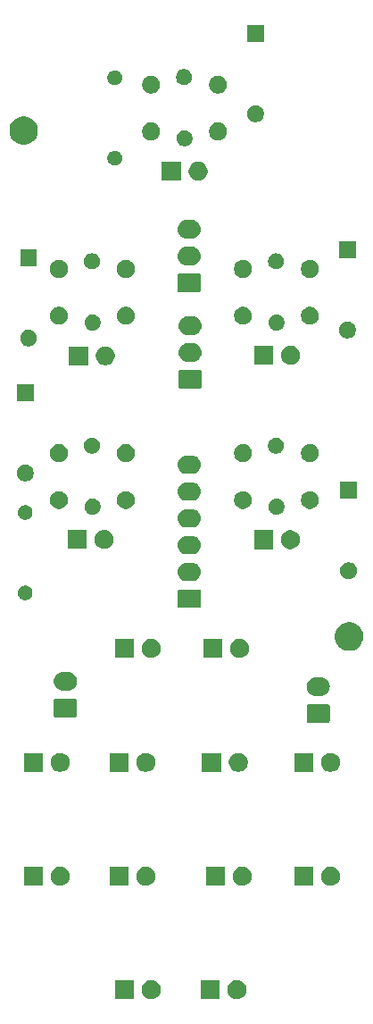
<source format=gbr>
G04 #@! TF.GenerationSoftware,KiCad,Pcbnew,(5.1.5-0-10_14)*
G04 #@! TF.CreationDate,2020-06-21T14:32:38+10:00*
G04 #@! TF.ProjectId,JETT_SELECT_Panel,4a455454-5f53-4454-9c45-43545f50616e,-*
G04 #@! TF.SameCoordinates,Original*
G04 #@! TF.FileFunction,Soldermask,Top*
G04 #@! TF.FilePolarity,Negative*
%FSLAX46Y46*%
G04 Gerber Fmt 4.6, Leading zero omitted, Abs format (unit mm)*
G04 Created by KiCad (PCBNEW (5.1.5-0-10_14)) date 2020-06-21 14:32:38*
%MOMM*%
%LPD*%
G04 APERTURE LIST*
%ADD10C,0.100000*%
G04 APERTURE END LIST*
D10*
G36*
X107736520Y-139501586D02*
G01*
X107900310Y-139569430D01*
X108047717Y-139667924D01*
X108173076Y-139793283D01*
X108271570Y-139940690D01*
X108339414Y-140104480D01*
X108374000Y-140278358D01*
X108374000Y-140455642D01*
X108339414Y-140629520D01*
X108271570Y-140793310D01*
X108173076Y-140940717D01*
X108047717Y-141066076D01*
X107900310Y-141164570D01*
X107900309Y-141164571D01*
X107900308Y-141164571D01*
X107736520Y-141232414D01*
X107562644Y-141267000D01*
X107385356Y-141267000D01*
X107211480Y-141232414D01*
X107047692Y-141164571D01*
X107047691Y-141164571D01*
X107047690Y-141164570D01*
X106900283Y-141066076D01*
X106774924Y-140940717D01*
X106676430Y-140793310D01*
X106608586Y-140629520D01*
X106574000Y-140455642D01*
X106574000Y-140278358D01*
X106608586Y-140104480D01*
X106676430Y-139940690D01*
X106774924Y-139793283D01*
X106900283Y-139667924D01*
X107047690Y-139569430D01*
X107211480Y-139501586D01*
X107385356Y-139467000D01*
X107562644Y-139467000D01*
X107736520Y-139501586D01*
G37*
G36*
X105834000Y-141267000D02*
G01*
X104034000Y-141267000D01*
X104034000Y-139467000D01*
X105834000Y-139467000D01*
X105834000Y-141267000D01*
G37*
G36*
X99608320Y-139501586D02*
G01*
X99772110Y-139569430D01*
X99919517Y-139667924D01*
X100044876Y-139793283D01*
X100143370Y-139940690D01*
X100211214Y-140104480D01*
X100245800Y-140278358D01*
X100245800Y-140455642D01*
X100211214Y-140629520D01*
X100143370Y-140793310D01*
X100044876Y-140940717D01*
X99919517Y-141066076D01*
X99772110Y-141164570D01*
X99772109Y-141164571D01*
X99772108Y-141164571D01*
X99608320Y-141232414D01*
X99434444Y-141267000D01*
X99257156Y-141267000D01*
X99083280Y-141232414D01*
X98919492Y-141164571D01*
X98919491Y-141164571D01*
X98919490Y-141164570D01*
X98772083Y-141066076D01*
X98646724Y-140940717D01*
X98548230Y-140793310D01*
X98480386Y-140629520D01*
X98445800Y-140455642D01*
X98445800Y-140278358D01*
X98480386Y-140104480D01*
X98548230Y-139940690D01*
X98646724Y-139793283D01*
X98772083Y-139667924D01*
X98919490Y-139569430D01*
X99083280Y-139501586D01*
X99257156Y-139467000D01*
X99434444Y-139467000D01*
X99608320Y-139501586D01*
G37*
G36*
X97705800Y-141267000D02*
G01*
X95905800Y-141267000D01*
X95905800Y-139467000D01*
X97705800Y-139467000D01*
X97705800Y-141267000D01*
G37*
G36*
X99100320Y-128767586D02*
G01*
X99264110Y-128835430D01*
X99411517Y-128933924D01*
X99536876Y-129059283D01*
X99635370Y-129206690D01*
X99703214Y-129370480D01*
X99737800Y-129544358D01*
X99737800Y-129721642D01*
X99703214Y-129895520D01*
X99635370Y-130059310D01*
X99536876Y-130206717D01*
X99411517Y-130332076D01*
X99264110Y-130430570D01*
X99264109Y-130430571D01*
X99264108Y-130430571D01*
X99100320Y-130498414D01*
X98926444Y-130533000D01*
X98749156Y-130533000D01*
X98575280Y-130498414D01*
X98411492Y-130430571D01*
X98411491Y-130430571D01*
X98411490Y-130430570D01*
X98264083Y-130332076D01*
X98138724Y-130206717D01*
X98040230Y-130059310D01*
X97972386Y-129895520D01*
X97937800Y-129721642D01*
X97937800Y-129544358D01*
X97972386Y-129370480D01*
X98040230Y-129206690D01*
X98138724Y-129059283D01*
X98264083Y-128933924D01*
X98411490Y-128835430D01*
X98575280Y-128767586D01*
X98749156Y-128733000D01*
X98926444Y-128733000D01*
X99100320Y-128767586D01*
G37*
G36*
X97197800Y-130533000D02*
G01*
X95397800Y-130533000D01*
X95397800Y-128733000D01*
X97197800Y-128733000D01*
X97197800Y-130533000D01*
G37*
G36*
X90972320Y-128767586D02*
G01*
X91136110Y-128835430D01*
X91283517Y-128933924D01*
X91408876Y-129059283D01*
X91507370Y-129206690D01*
X91575214Y-129370480D01*
X91609800Y-129544358D01*
X91609800Y-129721642D01*
X91575214Y-129895520D01*
X91507370Y-130059310D01*
X91408876Y-130206717D01*
X91283517Y-130332076D01*
X91136110Y-130430570D01*
X91136109Y-130430571D01*
X91136108Y-130430571D01*
X90972320Y-130498414D01*
X90798444Y-130533000D01*
X90621156Y-130533000D01*
X90447280Y-130498414D01*
X90283492Y-130430571D01*
X90283491Y-130430571D01*
X90283490Y-130430570D01*
X90136083Y-130332076D01*
X90010724Y-130206717D01*
X89912230Y-130059310D01*
X89844386Y-129895520D01*
X89809800Y-129721642D01*
X89809800Y-129544358D01*
X89844386Y-129370480D01*
X89912230Y-129206690D01*
X90010724Y-129059283D01*
X90136083Y-128933924D01*
X90283490Y-128835430D01*
X90447280Y-128767586D01*
X90621156Y-128733000D01*
X90798444Y-128733000D01*
X90972320Y-128767586D01*
G37*
G36*
X89069800Y-130533000D02*
G01*
X87269800Y-130533000D01*
X87269800Y-128733000D01*
X89069800Y-128733000D01*
X89069800Y-130533000D01*
G37*
G36*
X116626520Y-128767586D02*
G01*
X116790310Y-128835430D01*
X116937717Y-128933924D01*
X117063076Y-129059283D01*
X117161570Y-129206690D01*
X117229414Y-129370480D01*
X117264000Y-129544358D01*
X117264000Y-129721642D01*
X117229414Y-129895520D01*
X117161570Y-130059310D01*
X117063076Y-130206717D01*
X116937717Y-130332076D01*
X116790310Y-130430570D01*
X116790309Y-130430571D01*
X116790308Y-130430571D01*
X116626520Y-130498414D01*
X116452644Y-130533000D01*
X116275356Y-130533000D01*
X116101480Y-130498414D01*
X115937692Y-130430571D01*
X115937691Y-130430571D01*
X115937690Y-130430570D01*
X115790283Y-130332076D01*
X115664924Y-130206717D01*
X115566430Y-130059310D01*
X115498586Y-129895520D01*
X115464000Y-129721642D01*
X115464000Y-129544358D01*
X115498586Y-129370480D01*
X115566430Y-129206690D01*
X115664924Y-129059283D01*
X115790283Y-128933924D01*
X115937690Y-128835430D01*
X116101480Y-128767586D01*
X116275356Y-128733000D01*
X116452644Y-128733000D01*
X116626520Y-128767586D01*
G37*
G36*
X114724000Y-130533000D02*
G01*
X112924000Y-130533000D01*
X112924000Y-128733000D01*
X114724000Y-128733000D01*
X114724000Y-130533000D01*
G37*
G36*
X108244520Y-128767586D02*
G01*
X108408310Y-128835430D01*
X108555717Y-128933924D01*
X108681076Y-129059283D01*
X108779570Y-129206690D01*
X108847414Y-129370480D01*
X108882000Y-129544358D01*
X108882000Y-129721642D01*
X108847414Y-129895520D01*
X108779570Y-130059310D01*
X108681076Y-130206717D01*
X108555717Y-130332076D01*
X108408310Y-130430570D01*
X108408309Y-130430571D01*
X108408308Y-130430571D01*
X108244520Y-130498414D01*
X108070644Y-130533000D01*
X107893356Y-130533000D01*
X107719480Y-130498414D01*
X107555692Y-130430571D01*
X107555691Y-130430571D01*
X107555690Y-130430570D01*
X107408283Y-130332076D01*
X107282924Y-130206717D01*
X107184430Y-130059310D01*
X107116586Y-129895520D01*
X107082000Y-129721642D01*
X107082000Y-129544358D01*
X107116586Y-129370480D01*
X107184430Y-129206690D01*
X107282924Y-129059283D01*
X107408283Y-128933924D01*
X107555690Y-128835430D01*
X107719480Y-128767586D01*
X107893356Y-128733000D01*
X108070644Y-128733000D01*
X108244520Y-128767586D01*
G37*
G36*
X106342000Y-130533000D02*
G01*
X104542000Y-130533000D01*
X104542000Y-128733000D01*
X106342000Y-128733000D01*
X106342000Y-130533000D01*
G37*
G36*
X116626520Y-117977586D02*
G01*
X116790310Y-118045430D01*
X116937717Y-118143924D01*
X117063076Y-118269283D01*
X117161570Y-118416690D01*
X117229414Y-118580480D01*
X117264000Y-118754358D01*
X117264000Y-118931642D01*
X117229414Y-119105520D01*
X117161570Y-119269310D01*
X117063076Y-119416717D01*
X116937717Y-119542076D01*
X116790310Y-119640570D01*
X116790309Y-119640571D01*
X116790308Y-119640571D01*
X116626520Y-119708414D01*
X116452644Y-119743000D01*
X116275356Y-119743000D01*
X116101480Y-119708414D01*
X115937692Y-119640571D01*
X115937691Y-119640571D01*
X115937690Y-119640570D01*
X115790283Y-119542076D01*
X115664924Y-119416717D01*
X115566430Y-119269310D01*
X115498586Y-119105520D01*
X115464000Y-118931642D01*
X115464000Y-118754358D01*
X115498586Y-118580480D01*
X115566430Y-118416690D01*
X115664924Y-118269283D01*
X115790283Y-118143924D01*
X115937690Y-118045430D01*
X116101480Y-117977586D01*
X116275356Y-117943000D01*
X116452644Y-117943000D01*
X116626520Y-117977586D01*
G37*
G36*
X114724000Y-119743000D02*
G01*
X112924000Y-119743000D01*
X112924000Y-117943000D01*
X114724000Y-117943000D01*
X114724000Y-119743000D01*
G37*
G36*
X89069800Y-119743000D02*
G01*
X87269800Y-119743000D01*
X87269800Y-117943000D01*
X89069800Y-117943000D01*
X89069800Y-119743000D01*
G37*
G36*
X90972320Y-117977586D02*
G01*
X91136110Y-118045430D01*
X91283517Y-118143924D01*
X91408876Y-118269283D01*
X91507370Y-118416690D01*
X91575214Y-118580480D01*
X91609800Y-118754358D01*
X91609800Y-118931642D01*
X91575214Y-119105520D01*
X91507370Y-119269310D01*
X91408876Y-119416717D01*
X91283517Y-119542076D01*
X91136110Y-119640570D01*
X91136109Y-119640571D01*
X91136108Y-119640571D01*
X90972320Y-119708414D01*
X90798444Y-119743000D01*
X90621156Y-119743000D01*
X90447280Y-119708414D01*
X90283492Y-119640571D01*
X90283491Y-119640571D01*
X90283490Y-119640570D01*
X90136083Y-119542076D01*
X90010724Y-119416717D01*
X89912230Y-119269310D01*
X89844386Y-119105520D01*
X89809800Y-118931642D01*
X89809800Y-118754358D01*
X89844386Y-118580480D01*
X89912230Y-118416690D01*
X90010724Y-118269283D01*
X90136083Y-118143924D01*
X90283490Y-118045430D01*
X90447280Y-117977586D01*
X90621156Y-117943000D01*
X90798444Y-117943000D01*
X90972320Y-117977586D01*
G37*
G36*
X97197800Y-119743000D02*
G01*
X95397800Y-119743000D01*
X95397800Y-117943000D01*
X97197800Y-117943000D01*
X97197800Y-119743000D01*
G37*
G36*
X99100320Y-117977586D02*
G01*
X99264110Y-118045430D01*
X99411517Y-118143924D01*
X99536876Y-118269283D01*
X99635370Y-118416690D01*
X99703214Y-118580480D01*
X99737800Y-118754358D01*
X99737800Y-118931642D01*
X99703214Y-119105520D01*
X99635370Y-119269310D01*
X99536876Y-119416717D01*
X99411517Y-119542076D01*
X99264110Y-119640570D01*
X99264109Y-119640571D01*
X99264108Y-119640571D01*
X99100320Y-119708414D01*
X98926444Y-119743000D01*
X98749156Y-119743000D01*
X98575280Y-119708414D01*
X98411492Y-119640571D01*
X98411491Y-119640571D01*
X98411490Y-119640570D01*
X98264083Y-119542076D01*
X98138724Y-119416717D01*
X98040230Y-119269310D01*
X97972386Y-119105520D01*
X97937800Y-118931642D01*
X97937800Y-118754358D01*
X97972386Y-118580480D01*
X98040230Y-118416690D01*
X98138724Y-118269283D01*
X98264083Y-118143924D01*
X98411490Y-118045430D01*
X98575280Y-117977586D01*
X98749156Y-117943000D01*
X98926444Y-117943000D01*
X99100320Y-117977586D01*
G37*
G36*
X105986000Y-119743000D02*
G01*
X104186000Y-119743000D01*
X104186000Y-117943000D01*
X105986000Y-117943000D01*
X105986000Y-119743000D01*
G37*
G36*
X107888520Y-117977586D02*
G01*
X108052310Y-118045430D01*
X108199717Y-118143924D01*
X108325076Y-118269283D01*
X108423570Y-118416690D01*
X108491414Y-118580480D01*
X108526000Y-118754358D01*
X108526000Y-118931642D01*
X108491414Y-119105520D01*
X108423570Y-119269310D01*
X108325076Y-119416717D01*
X108199717Y-119542076D01*
X108052310Y-119640570D01*
X108052309Y-119640571D01*
X108052308Y-119640571D01*
X107888520Y-119708414D01*
X107714644Y-119743000D01*
X107537356Y-119743000D01*
X107363480Y-119708414D01*
X107199692Y-119640571D01*
X107199691Y-119640571D01*
X107199690Y-119640570D01*
X107052283Y-119542076D01*
X106926924Y-119416717D01*
X106828430Y-119269310D01*
X106760586Y-119105520D01*
X106726000Y-118931642D01*
X106726000Y-118754358D01*
X106760586Y-118580480D01*
X106828430Y-118416690D01*
X106926924Y-118269283D01*
X107052283Y-118143924D01*
X107199690Y-118045430D01*
X107363480Y-117977586D01*
X107537356Y-117943000D01*
X107714644Y-117943000D01*
X107888520Y-117977586D01*
G37*
G36*
X116170355Y-113336685D02*
G01*
X116200434Y-113345809D01*
X116228146Y-113360622D01*
X116252441Y-113380559D01*
X116272378Y-113404854D01*
X116287191Y-113432566D01*
X116296315Y-113462645D01*
X116300000Y-113500059D01*
X116300000Y-114905941D01*
X116296315Y-114943355D01*
X116287191Y-114973434D01*
X116272378Y-115001146D01*
X116252441Y-115025441D01*
X116228146Y-115045378D01*
X116200434Y-115060191D01*
X116170355Y-115069315D01*
X116132941Y-115073000D01*
X114267059Y-115073000D01*
X114229645Y-115069315D01*
X114199566Y-115060191D01*
X114171854Y-115045378D01*
X114147559Y-115025441D01*
X114127622Y-115001146D01*
X114112809Y-114973434D01*
X114103685Y-114943355D01*
X114100000Y-114905941D01*
X114100000Y-113500059D01*
X114103685Y-113462645D01*
X114112809Y-113432566D01*
X114127622Y-113404854D01*
X114147559Y-113380559D01*
X114171854Y-113360622D01*
X114199566Y-113345809D01*
X114229645Y-113336685D01*
X114267059Y-113333000D01*
X116132941Y-113333000D01*
X116170355Y-113336685D01*
G37*
G36*
X92188155Y-112830685D02*
G01*
X92218234Y-112839809D01*
X92245946Y-112854622D01*
X92270241Y-112874559D01*
X92290178Y-112898854D01*
X92304991Y-112926566D01*
X92314115Y-112956645D01*
X92317800Y-112994059D01*
X92317800Y-114399941D01*
X92314115Y-114437355D01*
X92304991Y-114467434D01*
X92290178Y-114495146D01*
X92270241Y-114519441D01*
X92245946Y-114539378D01*
X92218234Y-114554191D01*
X92188155Y-114563315D01*
X92150741Y-114567000D01*
X90284859Y-114567000D01*
X90247445Y-114563315D01*
X90217366Y-114554191D01*
X90189654Y-114539378D01*
X90165359Y-114519441D01*
X90145422Y-114495146D01*
X90130609Y-114467434D01*
X90121485Y-114437355D01*
X90117800Y-114399941D01*
X90117800Y-112994059D01*
X90121485Y-112956645D01*
X90130609Y-112926566D01*
X90145422Y-112898854D01*
X90165359Y-112874559D01*
X90189654Y-112854622D01*
X90217366Y-112839809D01*
X90247445Y-112830685D01*
X90284859Y-112827000D01*
X92150741Y-112827000D01*
X92188155Y-112830685D01*
G37*
G36*
X115600548Y-110805588D02*
G01*
X115764548Y-110855337D01*
X115915683Y-110936121D01*
X116048160Y-111044840D01*
X116156879Y-111177317D01*
X116237663Y-111328452D01*
X116287412Y-111492452D01*
X116304209Y-111663000D01*
X116287412Y-111833548D01*
X116237663Y-111997548D01*
X116156879Y-112148683D01*
X116048160Y-112281160D01*
X115915683Y-112389879D01*
X115764548Y-112470663D01*
X115600548Y-112520412D01*
X115472738Y-112533000D01*
X114927262Y-112533000D01*
X114799452Y-112520412D01*
X114635452Y-112470663D01*
X114484317Y-112389879D01*
X114351840Y-112281160D01*
X114243121Y-112148683D01*
X114162337Y-111997548D01*
X114112588Y-111833548D01*
X114095791Y-111663000D01*
X114112588Y-111492452D01*
X114162337Y-111328452D01*
X114243121Y-111177317D01*
X114351840Y-111044840D01*
X114484317Y-110936121D01*
X114635452Y-110855337D01*
X114799452Y-110805588D01*
X114927262Y-110793000D01*
X115472738Y-110793000D01*
X115600548Y-110805588D01*
G37*
G36*
X91618348Y-110299588D02*
G01*
X91782348Y-110349337D01*
X91933483Y-110430121D01*
X92065960Y-110538840D01*
X92174679Y-110671317D01*
X92255463Y-110822452D01*
X92305212Y-110986452D01*
X92322009Y-111157000D01*
X92305212Y-111327548D01*
X92255463Y-111491548D01*
X92174679Y-111642683D01*
X92065960Y-111775160D01*
X91933483Y-111883879D01*
X91782348Y-111964663D01*
X91618348Y-112014412D01*
X91490538Y-112027000D01*
X90945062Y-112027000D01*
X90817252Y-112014412D01*
X90653252Y-111964663D01*
X90502117Y-111883879D01*
X90369640Y-111775160D01*
X90260921Y-111642683D01*
X90180137Y-111491548D01*
X90130388Y-111327548D01*
X90113591Y-111157000D01*
X90130388Y-110986452D01*
X90180137Y-110822452D01*
X90260921Y-110671317D01*
X90369640Y-110538840D01*
X90502117Y-110430121D01*
X90653252Y-110349337D01*
X90817252Y-110299588D01*
X90945062Y-110287000D01*
X91490538Y-110287000D01*
X91618348Y-110299588D01*
G37*
G36*
X106088000Y-108943000D02*
G01*
X104288000Y-108943000D01*
X104288000Y-107143000D01*
X106088000Y-107143000D01*
X106088000Y-108943000D01*
G37*
G36*
X99608320Y-107177586D02*
G01*
X99772110Y-107245430D01*
X99919517Y-107343924D01*
X100044876Y-107469283D01*
X100143370Y-107616690D01*
X100211214Y-107780480D01*
X100245800Y-107954358D01*
X100245800Y-108131642D01*
X100211214Y-108305520D01*
X100143370Y-108469310D01*
X100044876Y-108616717D01*
X99919517Y-108742076D01*
X99772110Y-108840570D01*
X99772109Y-108840571D01*
X99772108Y-108840571D01*
X99608320Y-108908414D01*
X99434444Y-108943000D01*
X99257156Y-108943000D01*
X99083280Y-108908414D01*
X98919492Y-108840571D01*
X98919491Y-108840571D01*
X98919490Y-108840570D01*
X98772083Y-108742076D01*
X98646724Y-108616717D01*
X98548230Y-108469310D01*
X98480386Y-108305520D01*
X98445800Y-108131642D01*
X98445800Y-107954358D01*
X98480386Y-107780480D01*
X98548230Y-107616690D01*
X98646724Y-107469283D01*
X98772083Y-107343924D01*
X98919490Y-107245430D01*
X99083280Y-107177586D01*
X99257156Y-107143000D01*
X99434444Y-107143000D01*
X99608320Y-107177586D01*
G37*
G36*
X107990520Y-107177586D02*
G01*
X108154310Y-107245430D01*
X108301717Y-107343924D01*
X108427076Y-107469283D01*
X108525570Y-107616690D01*
X108593414Y-107780480D01*
X108628000Y-107954358D01*
X108628000Y-108131642D01*
X108593414Y-108305520D01*
X108525570Y-108469310D01*
X108427076Y-108616717D01*
X108301717Y-108742076D01*
X108154310Y-108840570D01*
X108154309Y-108840571D01*
X108154308Y-108840571D01*
X107990520Y-108908414D01*
X107816644Y-108943000D01*
X107639356Y-108943000D01*
X107465480Y-108908414D01*
X107301692Y-108840571D01*
X107301691Y-108840571D01*
X107301690Y-108840570D01*
X107154283Y-108742076D01*
X107028924Y-108616717D01*
X106930430Y-108469310D01*
X106862586Y-108305520D01*
X106828000Y-108131642D01*
X106828000Y-107954358D01*
X106862586Y-107780480D01*
X106930430Y-107616690D01*
X107028924Y-107469283D01*
X107154283Y-107343924D01*
X107301690Y-107245430D01*
X107465480Y-107177586D01*
X107639356Y-107143000D01*
X107816644Y-107143000D01*
X107990520Y-107177586D01*
G37*
G36*
X97705800Y-108943000D02*
G01*
X95905800Y-108943000D01*
X95905800Y-107143000D01*
X97705800Y-107143000D01*
X97705800Y-108943000D01*
G37*
G36*
X118535779Y-105616879D02*
G01*
X118781463Y-105718645D01*
X118781465Y-105718646D01*
X118892769Y-105793017D01*
X119002574Y-105866386D01*
X119190614Y-106054426D01*
X119338355Y-106275537D01*
X119440121Y-106521221D01*
X119492000Y-106782035D01*
X119492000Y-107047965D01*
X119440121Y-107308779D01*
X119425563Y-107343924D01*
X119338354Y-107554465D01*
X119190613Y-107775575D01*
X119002575Y-107963613D01*
X118781465Y-108111354D01*
X118781464Y-108111355D01*
X118781463Y-108111355D01*
X118535779Y-108213121D01*
X118274965Y-108265000D01*
X118009035Y-108265000D01*
X117748221Y-108213121D01*
X117502537Y-108111355D01*
X117502536Y-108111355D01*
X117502535Y-108111354D01*
X117281425Y-107963613D01*
X117093387Y-107775575D01*
X116945646Y-107554465D01*
X116858437Y-107343924D01*
X116843879Y-107308779D01*
X116792000Y-107047965D01*
X116792000Y-106782035D01*
X116843879Y-106521221D01*
X116945645Y-106275537D01*
X117093386Y-106054426D01*
X117281426Y-105866386D01*
X117391231Y-105793017D01*
X117502535Y-105718646D01*
X117502537Y-105718645D01*
X117748221Y-105616879D01*
X118009035Y-105565000D01*
X118274965Y-105565000D01*
X118535779Y-105616879D01*
G37*
G36*
X103940355Y-102466685D02*
G01*
X103970434Y-102475809D01*
X103998146Y-102490622D01*
X104022441Y-102510559D01*
X104042378Y-102534854D01*
X104057191Y-102562566D01*
X104066315Y-102592645D01*
X104070000Y-102630059D01*
X104070000Y-104035941D01*
X104066315Y-104073355D01*
X104057191Y-104103434D01*
X104042378Y-104131146D01*
X104022441Y-104155441D01*
X103998146Y-104175378D01*
X103970434Y-104190191D01*
X103940355Y-104199315D01*
X103902941Y-104203000D01*
X102037059Y-104203000D01*
X101999645Y-104199315D01*
X101969566Y-104190191D01*
X101941854Y-104175378D01*
X101917559Y-104155441D01*
X101897622Y-104131146D01*
X101882809Y-104103434D01*
X101873685Y-104073355D01*
X101870000Y-104035941D01*
X101870000Y-102630059D01*
X101873685Y-102592645D01*
X101882809Y-102562566D01*
X101897622Y-102534854D01*
X101917559Y-102510559D01*
X101941854Y-102490622D01*
X101969566Y-102475809D01*
X101999645Y-102466685D01*
X102037059Y-102463000D01*
X103902941Y-102463000D01*
X103940355Y-102466685D01*
G37*
G36*
X87603982Y-102099700D02*
G01*
X87731373Y-102152467D01*
X87731374Y-102152468D01*
X87846024Y-102229074D01*
X87943526Y-102326576D01*
X87943527Y-102326578D01*
X88020133Y-102441227D01*
X88072900Y-102568618D01*
X88099800Y-102703855D01*
X88099800Y-102841745D01*
X88072900Y-102976982D01*
X88020133Y-103104373D01*
X88020132Y-103104374D01*
X87943526Y-103219024D01*
X87846024Y-103316526D01*
X87788310Y-103355089D01*
X87731373Y-103393133D01*
X87603982Y-103445900D01*
X87468745Y-103472800D01*
X87330855Y-103472800D01*
X87195618Y-103445900D01*
X87068227Y-103393133D01*
X87011290Y-103355089D01*
X86953576Y-103316526D01*
X86856074Y-103219024D01*
X86779468Y-103104374D01*
X86779467Y-103104373D01*
X86726700Y-102976982D01*
X86699800Y-102841745D01*
X86699800Y-102703855D01*
X86726700Y-102568618D01*
X86779467Y-102441227D01*
X86856073Y-102326578D01*
X86856074Y-102326576D01*
X86953576Y-102229074D01*
X87068226Y-102152468D01*
X87068227Y-102152467D01*
X87195618Y-102099700D01*
X87330855Y-102072800D01*
X87468745Y-102072800D01*
X87603982Y-102099700D01*
G37*
G36*
X103370548Y-99935588D02*
G01*
X103534548Y-99985337D01*
X103685683Y-100066121D01*
X103818160Y-100174840D01*
X103926879Y-100307317D01*
X104007663Y-100458452D01*
X104057412Y-100622452D01*
X104074209Y-100793000D01*
X104057412Y-100963548D01*
X104007663Y-101127548D01*
X103926879Y-101278683D01*
X103818160Y-101411160D01*
X103685683Y-101519879D01*
X103534548Y-101600663D01*
X103370548Y-101650412D01*
X103242738Y-101663000D01*
X102697262Y-101663000D01*
X102569452Y-101650412D01*
X102405452Y-101600663D01*
X102254317Y-101519879D01*
X102121840Y-101411160D01*
X102013121Y-101278683D01*
X101932337Y-101127548D01*
X101882588Y-100963548D01*
X101865791Y-100793000D01*
X101882588Y-100622452D01*
X101932337Y-100458452D01*
X102013121Y-100307317D01*
X102121840Y-100174840D01*
X102254317Y-100066121D01*
X102405452Y-99985337D01*
X102569452Y-99935588D01*
X102697262Y-99923000D01*
X103242738Y-99923000D01*
X103370548Y-99935588D01*
G37*
G36*
X118313351Y-99903543D02*
G01*
X118458941Y-99963848D01*
X118589970Y-100051399D01*
X118701401Y-100162830D01*
X118788952Y-100293859D01*
X118849257Y-100439449D01*
X118880000Y-100594006D01*
X118880000Y-100751594D01*
X118849257Y-100906151D01*
X118788952Y-101051741D01*
X118701401Y-101182770D01*
X118589970Y-101294201D01*
X118458941Y-101381752D01*
X118313351Y-101442057D01*
X118158794Y-101472800D01*
X118001206Y-101472800D01*
X117846649Y-101442057D01*
X117701059Y-101381752D01*
X117570030Y-101294201D01*
X117458599Y-101182770D01*
X117371048Y-101051741D01*
X117310743Y-100906151D01*
X117280000Y-100751594D01*
X117280000Y-100594006D01*
X117310743Y-100439449D01*
X117371048Y-100293859D01*
X117458599Y-100162830D01*
X117570030Y-100051399D01*
X117701059Y-99963848D01*
X117846649Y-99903543D01*
X118001206Y-99872800D01*
X118158794Y-99872800D01*
X118313351Y-99903543D01*
G37*
G36*
X103370548Y-97395588D02*
G01*
X103534548Y-97445337D01*
X103685683Y-97526121D01*
X103818160Y-97634840D01*
X103926879Y-97767317D01*
X104007663Y-97918452D01*
X104057412Y-98082452D01*
X104074209Y-98253000D01*
X104057412Y-98423548D01*
X104057411Y-98423550D01*
X104010495Y-98578214D01*
X104007663Y-98587548D01*
X103926879Y-98738683D01*
X103818160Y-98871160D01*
X103685683Y-98979879D01*
X103534548Y-99060663D01*
X103370548Y-99110412D01*
X103242738Y-99123000D01*
X102697262Y-99123000D01*
X102569452Y-99110412D01*
X102405452Y-99060663D01*
X102254317Y-98979879D01*
X102121840Y-98871160D01*
X102013121Y-98738683D01*
X101932337Y-98587548D01*
X101929506Y-98578214D01*
X101882589Y-98423550D01*
X101882588Y-98423548D01*
X101865791Y-98253000D01*
X101882588Y-98082452D01*
X101932337Y-97918452D01*
X102013121Y-97767317D01*
X102121840Y-97634840D01*
X102254317Y-97526121D01*
X102405452Y-97445337D01*
X102569452Y-97395588D01*
X102697262Y-97383000D01*
X103242738Y-97383000D01*
X103370548Y-97395588D01*
G37*
G36*
X112822520Y-96877386D02*
G01*
X112986310Y-96945230D01*
X113133717Y-97043724D01*
X113259076Y-97169083D01*
X113337526Y-97286492D01*
X113357571Y-97316492D01*
X113425414Y-97480280D01*
X113460000Y-97654156D01*
X113460000Y-97831444D01*
X113425414Y-98005320D01*
X113369997Y-98139110D01*
X113357570Y-98169110D01*
X113259076Y-98316517D01*
X113133717Y-98441876D01*
X112986310Y-98540370D01*
X112986309Y-98540371D01*
X112986308Y-98540371D01*
X112822520Y-98608214D01*
X112648644Y-98642800D01*
X112471356Y-98642800D01*
X112297480Y-98608214D01*
X112133692Y-98540371D01*
X112133691Y-98540371D01*
X112133690Y-98540370D01*
X111986283Y-98441876D01*
X111860924Y-98316517D01*
X111762430Y-98169110D01*
X111750004Y-98139110D01*
X111694586Y-98005320D01*
X111660000Y-97831444D01*
X111660000Y-97654156D01*
X111694586Y-97480280D01*
X111762429Y-97316492D01*
X111782474Y-97286492D01*
X111860924Y-97169083D01*
X111986283Y-97043724D01*
X112133690Y-96945230D01*
X112297480Y-96877386D01*
X112471356Y-96842800D01*
X112648644Y-96842800D01*
X112822520Y-96877386D01*
G37*
G36*
X110920000Y-98642800D02*
G01*
X109120000Y-98642800D01*
X109120000Y-96842800D01*
X110920000Y-96842800D01*
X110920000Y-98642800D01*
G37*
G36*
X93249800Y-98612800D02*
G01*
X91449800Y-98612800D01*
X91449800Y-96812800D01*
X93249800Y-96812800D01*
X93249800Y-98612800D01*
G37*
G36*
X95152320Y-96847386D02*
G01*
X95224747Y-96877386D01*
X95316110Y-96915230D01*
X95463517Y-97013724D01*
X95588876Y-97139083D01*
X95687370Y-97286490D01*
X95687371Y-97286492D01*
X95755214Y-97450280D01*
X95789800Y-97624156D01*
X95789800Y-97801444D01*
X95755214Y-97975320D01*
X95710839Y-98082452D01*
X95687370Y-98139110D01*
X95588876Y-98286517D01*
X95463517Y-98411876D01*
X95316110Y-98510370D01*
X95316109Y-98510371D01*
X95316108Y-98510371D01*
X95152320Y-98578214D01*
X94978444Y-98612800D01*
X94801156Y-98612800D01*
X94627280Y-98578214D01*
X94463492Y-98510371D01*
X94463491Y-98510371D01*
X94463490Y-98510370D01*
X94316083Y-98411876D01*
X94190724Y-98286517D01*
X94092230Y-98139110D01*
X94068762Y-98082452D01*
X94024386Y-97975320D01*
X93989800Y-97801444D01*
X93989800Y-97624156D01*
X94024386Y-97450280D01*
X94092229Y-97286492D01*
X94092230Y-97286490D01*
X94190724Y-97139083D01*
X94316083Y-97013724D01*
X94463490Y-96915230D01*
X94554854Y-96877386D01*
X94627280Y-96847386D01*
X94801156Y-96812800D01*
X94978444Y-96812800D01*
X95152320Y-96847386D01*
G37*
G36*
X103370548Y-94855588D02*
G01*
X103534548Y-94905337D01*
X103685683Y-94986121D01*
X103818160Y-95094840D01*
X103926879Y-95227317D01*
X104007663Y-95378452D01*
X104057412Y-95542452D01*
X104074209Y-95713000D01*
X104057412Y-95883548D01*
X104007663Y-96047548D01*
X103926879Y-96198683D01*
X103818160Y-96331160D01*
X103685683Y-96439879D01*
X103534548Y-96520663D01*
X103370548Y-96570412D01*
X103242738Y-96583000D01*
X102697262Y-96583000D01*
X102569452Y-96570412D01*
X102405452Y-96520663D01*
X102254317Y-96439879D01*
X102121840Y-96331160D01*
X102013121Y-96198683D01*
X101932337Y-96047548D01*
X101882588Y-95883548D01*
X101865791Y-95713000D01*
X101882588Y-95542452D01*
X101932337Y-95378452D01*
X102013121Y-95227317D01*
X102121840Y-95094840D01*
X102254317Y-94986121D01*
X102405452Y-94905337D01*
X102569452Y-94855588D01*
X102697262Y-94843000D01*
X103242738Y-94843000D01*
X103370548Y-94855588D01*
G37*
G36*
X87603982Y-94479700D02*
G01*
X87731373Y-94532467D01*
X87731374Y-94532468D01*
X87846024Y-94609074D01*
X87943526Y-94706576D01*
X87943527Y-94706578D01*
X88020133Y-94821227D01*
X88072900Y-94948618D01*
X88099800Y-95083855D01*
X88099800Y-95221745D01*
X88072900Y-95356982D01*
X88020133Y-95484373D01*
X88020132Y-95484374D01*
X87943526Y-95599024D01*
X87846024Y-95696526D01*
X87788310Y-95735089D01*
X87731373Y-95773133D01*
X87603982Y-95825900D01*
X87468745Y-95852800D01*
X87330855Y-95852800D01*
X87195618Y-95825900D01*
X87068227Y-95773133D01*
X87011290Y-95735089D01*
X86953576Y-95696526D01*
X86856074Y-95599024D01*
X86779468Y-95484374D01*
X86779467Y-95484373D01*
X86726700Y-95356982D01*
X86699800Y-95221745D01*
X86699800Y-95083855D01*
X86726700Y-94948618D01*
X86779467Y-94821227D01*
X86856073Y-94706578D01*
X86856074Y-94706576D01*
X86953576Y-94609074D01*
X87068226Y-94532468D01*
X87068227Y-94532467D01*
X87195618Y-94479700D01*
X87330855Y-94452800D01*
X87468745Y-94452800D01*
X87603982Y-94479700D01*
G37*
G36*
X111413195Y-93871322D02*
G01*
X111462267Y-93881083D01*
X111600942Y-93938524D01*
X111725747Y-94021916D01*
X111831884Y-94128053D01*
X111915276Y-94252858D01*
X111972717Y-94391533D01*
X111972717Y-94391534D01*
X112000751Y-94532468D01*
X112002000Y-94538750D01*
X112002000Y-94688850D01*
X111972717Y-94836067D01*
X111915276Y-94974742D01*
X111831884Y-95099547D01*
X111725747Y-95205684D01*
X111600942Y-95289076D01*
X111462267Y-95346517D01*
X111413195Y-95356278D01*
X111315052Y-95375800D01*
X111164948Y-95375800D01*
X111066805Y-95356278D01*
X111017733Y-95346517D01*
X110879058Y-95289076D01*
X110754253Y-95205684D01*
X110648116Y-95099547D01*
X110564724Y-94974742D01*
X110507283Y-94836067D01*
X110478000Y-94688850D01*
X110478000Y-94538750D01*
X110479250Y-94532468D01*
X110507283Y-94391534D01*
X110507283Y-94391533D01*
X110564724Y-94252858D01*
X110648116Y-94128053D01*
X110754253Y-94021916D01*
X110879058Y-93938524D01*
X111017733Y-93881083D01*
X111066805Y-93871322D01*
X111164948Y-93851800D01*
X111315052Y-93851800D01*
X111413195Y-93871322D01*
G37*
G36*
X93952995Y-93871322D02*
G01*
X94002067Y-93881083D01*
X94140742Y-93938524D01*
X94265547Y-94021916D01*
X94371684Y-94128053D01*
X94455076Y-94252858D01*
X94512517Y-94391533D01*
X94512517Y-94391534D01*
X94540551Y-94532468D01*
X94541800Y-94538750D01*
X94541800Y-94688850D01*
X94512517Y-94836067D01*
X94455076Y-94974742D01*
X94371684Y-95099547D01*
X94265547Y-95205684D01*
X94140742Y-95289076D01*
X94002067Y-95346517D01*
X93952995Y-95356278D01*
X93854852Y-95375800D01*
X93704748Y-95375800D01*
X93606605Y-95356278D01*
X93557533Y-95346517D01*
X93418858Y-95289076D01*
X93294053Y-95205684D01*
X93187916Y-95099547D01*
X93104524Y-94974742D01*
X93047083Y-94836067D01*
X93017800Y-94688850D01*
X93017800Y-94538750D01*
X93019050Y-94532468D01*
X93047083Y-94391534D01*
X93047083Y-94391533D01*
X93104524Y-94252858D01*
X93187916Y-94128053D01*
X93294053Y-94021916D01*
X93418858Y-93938524D01*
X93557533Y-93881083D01*
X93606605Y-93871322D01*
X93704748Y-93851800D01*
X93854852Y-93851800D01*
X93952995Y-93871322D01*
G37*
G36*
X97202735Y-93161464D02*
G01*
X97357424Y-93225539D01*
X97357426Y-93225540D01*
X97496644Y-93318562D01*
X97615038Y-93436956D01*
X97708060Y-93576174D01*
X97708061Y-93576176D01*
X97772136Y-93730865D01*
X97804800Y-93895081D01*
X97804800Y-94062519D01*
X97772136Y-94226735D01*
X97708061Y-94381424D01*
X97708060Y-94381426D01*
X97615038Y-94520644D01*
X97496644Y-94639038D01*
X97357426Y-94732060D01*
X97357425Y-94732061D01*
X97357424Y-94732061D01*
X97202735Y-94796136D01*
X97038519Y-94828800D01*
X96871081Y-94828800D01*
X96706865Y-94796136D01*
X96552176Y-94732061D01*
X96552175Y-94732061D01*
X96552174Y-94732060D01*
X96412956Y-94639038D01*
X96294562Y-94520644D01*
X96201540Y-94381426D01*
X96201539Y-94381424D01*
X96137464Y-94226735D01*
X96104800Y-94062519D01*
X96104800Y-93895081D01*
X96137464Y-93730865D01*
X96201539Y-93576176D01*
X96201540Y-93576174D01*
X96294562Y-93436956D01*
X96412956Y-93318562D01*
X96552174Y-93225540D01*
X96552176Y-93225539D01*
X96706865Y-93161464D01*
X96871081Y-93128800D01*
X97038519Y-93128800D01*
X97202735Y-93161464D01*
G37*
G36*
X114662935Y-93161464D02*
G01*
X114817624Y-93225539D01*
X114817626Y-93225540D01*
X114956844Y-93318562D01*
X115075238Y-93436956D01*
X115168260Y-93576174D01*
X115168261Y-93576176D01*
X115232336Y-93730865D01*
X115265000Y-93895081D01*
X115265000Y-94062519D01*
X115232336Y-94226735D01*
X115168261Y-94381424D01*
X115168260Y-94381426D01*
X115075238Y-94520644D01*
X114956844Y-94639038D01*
X114817626Y-94732060D01*
X114817625Y-94732061D01*
X114817624Y-94732061D01*
X114662935Y-94796136D01*
X114498719Y-94828800D01*
X114331281Y-94828800D01*
X114167065Y-94796136D01*
X114012376Y-94732061D01*
X114012375Y-94732061D01*
X114012374Y-94732060D01*
X113873156Y-94639038D01*
X113754762Y-94520644D01*
X113661740Y-94381426D01*
X113661739Y-94381424D01*
X113597664Y-94226735D01*
X113565000Y-94062519D01*
X113565000Y-93895081D01*
X113597664Y-93730865D01*
X113661739Y-93576176D01*
X113661740Y-93576174D01*
X113754762Y-93436956D01*
X113873156Y-93318562D01*
X114012374Y-93225540D01*
X114012376Y-93225539D01*
X114167065Y-93161464D01*
X114331281Y-93128800D01*
X114498719Y-93128800D01*
X114662935Y-93161464D01*
G37*
G36*
X108312935Y-93161464D02*
G01*
X108467624Y-93225539D01*
X108467626Y-93225540D01*
X108606844Y-93318562D01*
X108725238Y-93436956D01*
X108818260Y-93576174D01*
X108818261Y-93576176D01*
X108882336Y-93730865D01*
X108915000Y-93895081D01*
X108915000Y-94062519D01*
X108882336Y-94226735D01*
X108818261Y-94381424D01*
X108818260Y-94381426D01*
X108725238Y-94520644D01*
X108606844Y-94639038D01*
X108467626Y-94732060D01*
X108467625Y-94732061D01*
X108467624Y-94732061D01*
X108312935Y-94796136D01*
X108148719Y-94828800D01*
X107981281Y-94828800D01*
X107817065Y-94796136D01*
X107662376Y-94732061D01*
X107662375Y-94732061D01*
X107662374Y-94732060D01*
X107523156Y-94639038D01*
X107404762Y-94520644D01*
X107311740Y-94381426D01*
X107311739Y-94381424D01*
X107247664Y-94226735D01*
X107215000Y-94062519D01*
X107215000Y-93895081D01*
X107247664Y-93730865D01*
X107311739Y-93576176D01*
X107311740Y-93576174D01*
X107404762Y-93436956D01*
X107523156Y-93318562D01*
X107662374Y-93225540D01*
X107662376Y-93225539D01*
X107817065Y-93161464D01*
X107981281Y-93128800D01*
X108148719Y-93128800D01*
X108312935Y-93161464D01*
G37*
G36*
X90852735Y-93161464D02*
G01*
X91007424Y-93225539D01*
X91007426Y-93225540D01*
X91146644Y-93318562D01*
X91265038Y-93436956D01*
X91358060Y-93576174D01*
X91358061Y-93576176D01*
X91422136Y-93730865D01*
X91454800Y-93895081D01*
X91454800Y-94062519D01*
X91422136Y-94226735D01*
X91358061Y-94381424D01*
X91358060Y-94381426D01*
X91265038Y-94520644D01*
X91146644Y-94639038D01*
X91007426Y-94732060D01*
X91007425Y-94732061D01*
X91007424Y-94732061D01*
X90852735Y-94796136D01*
X90688519Y-94828800D01*
X90521081Y-94828800D01*
X90356865Y-94796136D01*
X90202176Y-94732061D01*
X90202175Y-94732061D01*
X90202174Y-94732060D01*
X90062956Y-94639038D01*
X89944562Y-94520644D01*
X89851540Y-94381426D01*
X89851539Y-94381424D01*
X89787464Y-94226735D01*
X89754800Y-94062519D01*
X89754800Y-93895081D01*
X89787464Y-93730865D01*
X89851539Y-93576176D01*
X89851540Y-93576174D01*
X89944562Y-93436956D01*
X90062956Y-93318562D01*
X90202174Y-93225540D01*
X90202176Y-93225539D01*
X90356865Y-93161464D01*
X90521081Y-93128800D01*
X90688519Y-93128800D01*
X90852735Y-93161464D01*
G37*
G36*
X103370548Y-92315588D02*
G01*
X103534548Y-92365337D01*
X103685683Y-92446121D01*
X103818160Y-92554840D01*
X103926879Y-92687317D01*
X104007663Y-92838452D01*
X104057412Y-93002452D01*
X104074209Y-93173000D01*
X104057412Y-93343548D01*
X104007663Y-93507548D01*
X103926879Y-93658683D01*
X103818160Y-93791160D01*
X103685683Y-93899879D01*
X103534548Y-93980663D01*
X103370548Y-94030412D01*
X103242738Y-94043000D01*
X102697262Y-94043000D01*
X102569452Y-94030412D01*
X102405452Y-93980663D01*
X102254317Y-93899879D01*
X102121840Y-93791160D01*
X102013121Y-93658683D01*
X101932337Y-93507548D01*
X101882588Y-93343548D01*
X101865791Y-93173000D01*
X101882588Y-93002452D01*
X101932337Y-92838452D01*
X102013121Y-92687317D01*
X102121840Y-92554840D01*
X102254317Y-92446121D01*
X102405452Y-92365337D01*
X102569452Y-92315588D01*
X102697262Y-92303000D01*
X103242738Y-92303000D01*
X103370548Y-92315588D01*
G37*
G36*
X118880000Y-93852800D02*
G01*
X117280000Y-93852800D01*
X117280000Y-92252800D01*
X118880000Y-92252800D01*
X118880000Y-93852800D01*
G37*
G36*
X87633151Y-90653543D02*
G01*
X87778741Y-90713848D01*
X87909770Y-90801399D01*
X88021201Y-90912830D01*
X88108752Y-91043859D01*
X88169057Y-91189449D01*
X88199800Y-91344006D01*
X88199800Y-91501594D01*
X88169057Y-91656151D01*
X88108752Y-91801741D01*
X88021201Y-91932770D01*
X87909770Y-92044201D01*
X87778741Y-92131752D01*
X87633151Y-92192057D01*
X87478594Y-92222800D01*
X87321006Y-92222800D01*
X87166449Y-92192057D01*
X87020859Y-92131752D01*
X86889830Y-92044201D01*
X86778399Y-91932770D01*
X86690848Y-91801741D01*
X86630543Y-91656151D01*
X86599800Y-91501594D01*
X86599800Y-91344006D01*
X86630543Y-91189449D01*
X86690848Y-91043859D01*
X86778399Y-90912830D01*
X86889830Y-90801399D01*
X87020859Y-90713848D01*
X87166449Y-90653543D01*
X87321006Y-90622800D01*
X87478594Y-90622800D01*
X87633151Y-90653543D01*
G37*
G36*
X103370548Y-89775588D02*
G01*
X103534548Y-89825337D01*
X103685683Y-89906121D01*
X103818160Y-90014840D01*
X103926879Y-90147317D01*
X104007663Y-90298452D01*
X104057412Y-90462452D01*
X104074209Y-90633000D01*
X104057412Y-90803548D01*
X104007663Y-90967548D01*
X103926879Y-91118683D01*
X103818160Y-91251160D01*
X103685683Y-91359879D01*
X103534548Y-91440663D01*
X103370548Y-91490412D01*
X103242738Y-91503000D01*
X102697262Y-91503000D01*
X102569452Y-91490412D01*
X102405452Y-91440663D01*
X102254317Y-91359879D01*
X102121840Y-91251160D01*
X102013121Y-91118683D01*
X101932337Y-90967548D01*
X101882588Y-90803548D01*
X101865791Y-90633000D01*
X101882588Y-90462452D01*
X101932337Y-90298452D01*
X102013121Y-90147317D01*
X102121840Y-90014840D01*
X102254317Y-89906121D01*
X102405452Y-89825337D01*
X102569452Y-89775588D01*
X102697262Y-89763000D01*
X103242738Y-89763000D01*
X103370548Y-89775588D01*
G37*
G36*
X108312935Y-88716464D02*
G01*
X108467624Y-88780539D01*
X108467626Y-88780540D01*
X108606844Y-88873562D01*
X108725238Y-88991956D01*
X108760725Y-89045067D01*
X108818261Y-89131176D01*
X108882336Y-89285865D01*
X108915000Y-89450081D01*
X108915000Y-89617519D01*
X108882336Y-89781735D01*
X108818261Y-89936424D01*
X108818260Y-89936426D01*
X108725238Y-90075644D01*
X108606844Y-90194038D01*
X108467626Y-90287060D01*
X108467625Y-90287061D01*
X108467624Y-90287061D01*
X108312935Y-90351136D01*
X108148719Y-90383800D01*
X107981281Y-90383800D01*
X107817065Y-90351136D01*
X107662376Y-90287061D01*
X107662375Y-90287061D01*
X107662374Y-90287060D01*
X107523156Y-90194038D01*
X107404762Y-90075644D01*
X107311740Y-89936426D01*
X107311739Y-89936424D01*
X107247664Y-89781735D01*
X107215000Y-89617519D01*
X107215000Y-89450081D01*
X107247664Y-89285865D01*
X107311739Y-89131176D01*
X107369275Y-89045067D01*
X107404762Y-88991956D01*
X107523156Y-88873562D01*
X107662374Y-88780540D01*
X107662376Y-88780539D01*
X107817065Y-88716464D01*
X107981281Y-88683800D01*
X108148719Y-88683800D01*
X108312935Y-88716464D01*
G37*
G36*
X90852735Y-88716464D02*
G01*
X91007424Y-88780539D01*
X91007426Y-88780540D01*
X91146644Y-88873562D01*
X91265038Y-88991956D01*
X91300525Y-89045067D01*
X91358061Y-89131176D01*
X91422136Y-89285865D01*
X91454800Y-89450081D01*
X91454800Y-89617519D01*
X91422136Y-89781735D01*
X91358061Y-89936424D01*
X91358060Y-89936426D01*
X91265038Y-90075644D01*
X91146644Y-90194038D01*
X91007426Y-90287060D01*
X91007425Y-90287061D01*
X91007424Y-90287061D01*
X90852735Y-90351136D01*
X90688519Y-90383800D01*
X90521081Y-90383800D01*
X90356865Y-90351136D01*
X90202176Y-90287061D01*
X90202175Y-90287061D01*
X90202174Y-90287060D01*
X90062956Y-90194038D01*
X89944562Y-90075644D01*
X89851540Y-89936426D01*
X89851539Y-89936424D01*
X89787464Y-89781735D01*
X89754800Y-89617519D01*
X89754800Y-89450081D01*
X89787464Y-89285865D01*
X89851539Y-89131176D01*
X89909075Y-89045067D01*
X89944562Y-88991956D01*
X90062956Y-88873562D01*
X90202174Y-88780540D01*
X90202176Y-88780539D01*
X90356865Y-88716464D01*
X90521081Y-88683800D01*
X90688519Y-88683800D01*
X90852735Y-88716464D01*
G37*
G36*
X97202735Y-88716464D02*
G01*
X97357424Y-88780539D01*
X97357426Y-88780540D01*
X97496644Y-88873562D01*
X97615038Y-88991956D01*
X97650525Y-89045067D01*
X97708061Y-89131176D01*
X97772136Y-89285865D01*
X97804800Y-89450081D01*
X97804800Y-89617519D01*
X97772136Y-89781735D01*
X97708061Y-89936424D01*
X97708060Y-89936426D01*
X97615038Y-90075644D01*
X97496644Y-90194038D01*
X97357426Y-90287060D01*
X97357425Y-90287061D01*
X97357424Y-90287061D01*
X97202735Y-90351136D01*
X97038519Y-90383800D01*
X96871081Y-90383800D01*
X96706865Y-90351136D01*
X96552176Y-90287061D01*
X96552175Y-90287061D01*
X96552174Y-90287060D01*
X96412956Y-90194038D01*
X96294562Y-90075644D01*
X96201540Y-89936426D01*
X96201539Y-89936424D01*
X96137464Y-89781735D01*
X96104800Y-89617519D01*
X96104800Y-89450081D01*
X96137464Y-89285865D01*
X96201539Y-89131176D01*
X96259075Y-89045067D01*
X96294562Y-88991956D01*
X96412956Y-88873562D01*
X96552174Y-88780540D01*
X96552176Y-88780539D01*
X96706865Y-88716464D01*
X96871081Y-88683800D01*
X97038519Y-88683800D01*
X97202735Y-88716464D01*
G37*
G36*
X114662935Y-88716464D02*
G01*
X114817624Y-88780539D01*
X114817626Y-88780540D01*
X114956844Y-88873562D01*
X115075238Y-88991956D01*
X115110725Y-89045067D01*
X115168261Y-89131176D01*
X115232336Y-89285865D01*
X115265000Y-89450081D01*
X115265000Y-89617519D01*
X115232336Y-89781735D01*
X115168261Y-89936424D01*
X115168260Y-89936426D01*
X115075238Y-90075644D01*
X114956844Y-90194038D01*
X114817626Y-90287060D01*
X114817625Y-90287061D01*
X114817624Y-90287061D01*
X114662935Y-90351136D01*
X114498719Y-90383800D01*
X114331281Y-90383800D01*
X114167065Y-90351136D01*
X114012376Y-90287061D01*
X114012375Y-90287061D01*
X114012374Y-90287060D01*
X113873156Y-90194038D01*
X113754762Y-90075644D01*
X113661740Y-89936426D01*
X113661739Y-89936424D01*
X113597664Y-89781735D01*
X113565000Y-89617519D01*
X113565000Y-89450081D01*
X113597664Y-89285865D01*
X113661739Y-89131176D01*
X113719275Y-89045067D01*
X113754762Y-88991956D01*
X113873156Y-88873562D01*
X114012374Y-88780540D01*
X114012376Y-88780539D01*
X114167065Y-88716464D01*
X114331281Y-88683800D01*
X114498719Y-88683800D01*
X114662935Y-88716464D01*
G37*
G36*
X93912995Y-88080322D02*
G01*
X93962067Y-88090083D01*
X94100742Y-88147524D01*
X94225547Y-88230916D01*
X94331684Y-88337053D01*
X94415076Y-88461858D01*
X94472517Y-88600533D01*
X94501800Y-88747750D01*
X94501800Y-88897850D01*
X94472517Y-89045067D01*
X94415076Y-89183742D01*
X94331684Y-89308547D01*
X94225547Y-89414684D01*
X94100742Y-89498076D01*
X93962067Y-89555517D01*
X93912995Y-89565278D01*
X93814852Y-89584800D01*
X93664748Y-89584800D01*
X93566605Y-89565278D01*
X93517533Y-89555517D01*
X93378858Y-89498076D01*
X93254053Y-89414684D01*
X93147916Y-89308547D01*
X93064524Y-89183742D01*
X93007083Y-89045067D01*
X92977800Y-88897850D01*
X92977800Y-88747750D01*
X93007083Y-88600533D01*
X93064524Y-88461858D01*
X93147916Y-88337053D01*
X93254053Y-88230916D01*
X93378858Y-88147524D01*
X93517533Y-88090083D01*
X93566605Y-88080322D01*
X93664748Y-88060800D01*
X93814852Y-88060800D01*
X93912995Y-88080322D01*
G37*
G36*
X111373195Y-88080322D02*
G01*
X111422267Y-88090083D01*
X111560942Y-88147524D01*
X111685747Y-88230916D01*
X111791884Y-88337053D01*
X111875276Y-88461858D01*
X111932717Y-88600533D01*
X111962000Y-88747750D01*
X111962000Y-88897850D01*
X111932717Y-89045067D01*
X111875276Y-89183742D01*
X111791884Y-89308547D01*
X111685747Y-89414684D01*
X111560942Y-89498076D01*
X111422267Y-89555517D01*
X111373195Y-89565278D01*
X111275052Y-89584800D01*
X111124948Y-89584800D01*
X111026805Y-89565278D01*
X110977733Y-89555517D01*
X110839058Y-89498076D01*
X110714253Y-89414684D01*
X110608116Y-89308547D01*
X110524724Y-89183742D01*
X110467283Y-89045067D01*
X110438000Y-88897850D01*
X110438000Y-88747750D01*
X110467283Y-88600533D01*
X110524724Y-88461858D01*
X110608116Y-88337053D01*
X110714253Y-88230916D01*
X110839058Y-88147524D01*
X110977733Y-88090083D01*
X111026805Y-88080322D01*
X111124948Y-88060800D01*
X111275052Y-88060800D01*
X111373195Y-88080322D01*
G37*
G36*
X88199800Y-84602800D02*
G01*
X86599800Y-84602800D01*
X86599800Y-83002800D01*
X88199800Y-83002800D01*
X88199800Y-84602800D01*
G37*
G36*
X104030355Y-81676485D02*
G01*
X104060434Y-81685609D01*
X104088146Y-81700422D01*
X104112441Y-81720359D01*
X104132378Y-81744654D01*
X104147191Y-81772366D01*
X104156315Y-81802445D01*
X104160000Y-81839859D01*
X104160000Y-83245741D01*
X104156315Y-83283155D01*
X104147191Y-83313234D01*
X104132378Y-83340946D01*
X104112441Y-83365241D01*
X104088146Y-83385178D01*
X104060434Y-83399991D01*
X104030355Y-83409115D01*
X103992941Y-83412800D01*
X102127059Y-83412800D01*
X102089645Y-83409115D01*
X102059566Y-83399991D01*
X102031854Y-83385178D01*
X102007559Y-83365241D01*
X101987622Y-83340946D01*
X101972809Y-83313234D01*
X101963685Y-83283155D01*
X101960000Y-83245741D01*
X101960000Y-81839859D01*
X101963685Y-81802445D01*
X101972809Y-81772366D01*
X101987622Y-81744654D01*
X102007559Y-81720359D01*
X102031854Y-81700422D01*
X102059566Y-81685609D01*
X102089645Y-81676485D01*
X102127059Y-81672800D01*
X103992941Y-81672800D01*
X104030355Y-81676485D01*
G37*
G36*
X93359800Y-81212800D02*
G01*
X91559800Y-81212800D01*
X91559800Y-79412800D01*
X93359800Y-79412800D01*
X93359800Y-81212800D01*
G37*
G36*
X95262320Y-79447386D02*
G01*
X95329542Y-79475230D01*
X95426110Y-79515230D01*
X95573517Y-79613724D01*
X95698876Y-79739083D01*
X95770644Y-79846492D01*
X95797371Y-79886492D01*
X95865214Y-80050280D01*
X95899800Y-80224156D01*
X95899800Y-80401444D01*
X95865214Y-80575320D01*
X95801277Y-80729679D01*
X95797370Y-80739110D01*
X95698876Y-80886517D01*
X95573517Y-81011876D01*
X95426110Y-81110370D01*
X95426109Y-81110371D01*
X95426108Y-81110371D01*
X95262320Y-81178214D01*
X95088444Y-81212800D01*
X94911156Y-81212800D01*
X94737280Y-81178214D01*
X94573492Y-81110371D01*
X94573491Y-81110371D01*
X94573490Y-81110370D01*
X94426083Y-81011876D01*
X94300724Y-80886517D01*
X94202230Y-80739110D01*
X94198324Y-80729679D01*
X94134386Y-80575320D01*
X94099800Y-80401444D01*
X94099800Y-80224156D01*
X94134386Y-80050280D01*
X94202229Y-79886492D01*
X94228956Y-79846492D01*
X94300724Y-79739083D01*
X94426083Y-79613724D01*
X94573490Y-79515230D01*
X94670059Y-79475230D01*
X94737280Y-79447386D01*
X94911156Y-79412800D01*
X95088444Y-79412800D01*
X95262320Y-79447386D01*
G37*
G36*
X112825729Y-79402057D02*
G01*
X112852520Y-79407386D01*
X113016310Y-79475230D01*
X113163717Y-79573724D01*
X113289076Y-79699083D01*
X113378055Y-79832250D01*
X113387571Y-79846492D01*
X113455414Y-80010280D01*
X113490000Y-80184156D01*
X113490000Y-80361444D01*
X113455414Y-80535320D01*
X113438846Y-80575320D01*
X113387570Y-80699110D01*
X113289076Y-80846517D01*
X113163717Y-80971876D01*
X113016310Y-81070370D01*
X113016309Y-81070371D01*
X113016308Y-81070371D01*
X112852520Y-81138214D01*
X112678644Y-81172800D01*
X112501356Y-81172800D01*
X112327480Y-81138214D01*
X112163692Y-81070371D01*
X112163691Y-81070371D01*
X112163690Y-81070370D01*
X112016283Y-80971876D01*
X111890924Y-80846517D01*
X111792430Y-80699110D01*
X111741155Y-80575320D01*
X111724586Y-80535320D01*
X111690000Y-80361444D01*
X111690000Y-80184156D01*
X111724586Y-80010280D01*
X111792429Y-79846492D01*
X111801945Y-79832250D01*
X111890924Y-79699083D01*
X112016283Y-79573724D01*
X112163690Y-79475230D01*
X112327480Y-79407386D01*
X112354271Y-79402057D01*
X112501356Y-79372800D01*
X112678644Y-79372800D01*
X112825729Y-79402057D01*
G37*
G36*
X110950000Y-81172800D02*
G01*
X109150000Y-81172800D01*
X109150000Y-79372800D01*
X110950000Y-79372800D01*
X110950000Y-81172800D01*
G37*
G36*
X103460548Y-79145388D02*
G01*
X103624548Y-79195137D01*
X103775683Y-79275921D01*
X103908160Y-79384640D01*
X104016879Y-79517117D01*
X104097663Y-79668252D01*
X104147412Y-79832252D01*
X104164209Y-80002800D01*
X104147412Y-80173348D01*
X104097663Y-80337348D01*
X104016879Y-80488483D01*
X103908160Y-80620960D01*
X103775683Y-80729679D01*
X103624548Y-80810463D01*
X103460548Y-80860212D01*
X103332738Y-80872800D01*
X102787262Y-80872800D01*
X102659452Y-80860212D01*
X102495452Y-80810463D01*
X102344317Y-80729679D01*
X102211840Y-80620960D01*
X102103121Y-80488483D01*
X102022337Y-80337348D01*
X101972588Y-80173348D01*
X101955791Y-80002800D01*
X101972588Y-79832252D01*
X102022337Y-79668252D01*
X102103121Y-79517117D01*
X102211840Y-79384640D01*
X102344317Y-79275921D01*
X102495452Y-79195137D01*
X102659452Y-79145388D01*
X102787262Y-79132800D01*
X103332738Y-79132800D01*
X103460548Y-79145388D01*
G37*
G36*
X87953151Y-77863543D02*
G01*
X88098741Y-77923848D01*
X88229770Y-78011399D01*
X88341201Y-78122830D01*
X88428752Y-78253859D01*
X88489057Y-78399449D01*
X88519800Y-78554006D01*
X88519800Y-78711594D01*
X88489057Y-78866151D01*
X88428752Y-79011741D01*
X88341201Y-79142770D01*
X88229770Y-79254201D01*
X88098741Y-79341752D01*
X87953151Y-79402057D01*
X87798594Y-79432800D01*
X87641006Y-79432800D01*
X87486449Y-79402057D01*
X87340859Y-79341752D01*
X87209830Y-79254201D01*
X87098399Y-79142770D01*
X87010848Y-79011741D01*
X86950543Y-78866151D01*
X86919800Y-78711594D01*
X86919800Y-78554006D01*
X86950543Y-78399449D01*
X87010848Y-78253859D01*
X87098399Y-78122830D01*
X87209830Y-78011399D01*
X87340859Y-77923848D01*
X87486449Y-77863543D01*
X87641006Y-77832800D01*
X87798594Y-77832800D01*
X87953151Y-77863543D01*
G37*
G36*
X118213351Y-77093543D02*
G01*
X118358941Y-77153848D01*
X118489970Y-77241399D01*
X118601401Y-77352830D01*
X118688952Y-77483859D01*
X118749257Y-77629449D01*
X118780000Y-77784006D01*
X118780000Y-77941594D01*
X118749257Y-78096151D01*
X118688952Y-78241741D01*
X118601401Y-78372770D01*
X118489970Y-78484201D01*
X118358941Y-78571752D01*
X118213351Y-78632057D01*
X118058794Y-78662800D01*
X117901206Y-78662800D01*
X117746649Y-78632057D01*
X117601059Y-78571752D01*
X117470030Y-78484201D01*
X117358599Y-78372770D01*
X117271048Y-78241741D01*
X117210743Y-78096151D01*
X117180000Y-77941594D01*
X117180000Y-77784006D01*
X117210743Y-77629449D01*
X117271048Y-77483859D01*
X117358599Y-77352830D01*
X117470030Y-77241399D01*
X117601059Y-77153848D01*
X117746649Y-77093543D01*
X117901206Y-77062800D01*
X118058794Y-77062800D01*
X118213351Y-77093543D01*
G37*
G36*
X103460548Y-76605388D02*
G01*
X103624548Y-76655137D01*
X103775683Y-76735921D01*
X103908160Y-76844640D01*
X104016879Y-76977117D01*
X104097663Y-77128252D01*
X104147412Y-77292252D01*
X104164209Y-77462800D01*
X104147412Y-77633348D01*
X104097663Y-77797348D01*
X104016879Y-77948483D01*
X103908160Y-78080960D01*
X103775683Y-78189679D01*
X103624548Y-78270463D01*
X103460548Y-78320212D01*
X103332738Y-78332800D01*
X102787262Y-78332800D01*
X102659452Y-78320212D01*
X102495452Y-78270463D01*
X102344317Y-78189679D01*
X102211840Y-78080960D01*
X102103121Y-77948483D01*
X102022337Y-77797348D01*
X101972588Y-77633348D01*
X101955791Y-77462800D01*
X101972588Y-77292252D01*
X102022337Y-77128252D01*
X102103121Y-76977117D01*
X102211840Y-76844640D01*
X102344317Y-76735921D01*
X102495452Y-76655137D01*
X102659452Y-76605388D01*
X102787262Y-76592800D01*
X103332738Y-76592800D01*
X103460548Y-76605388D01*
G37*
G36*
X93952995Y-76411322D02*
G01*
X94002067Y-76421083D01*
X94140742Y-76478524D01*
X94265547Y-76561916D01*
X94371684Y-76668053D01*
X94455076Y-76792858D01*
X94512517Y-76931533D01*
X94512517Y-76931534D01*
X94538628Y-77062800D01*
X94541800Y-77078750D01*
X94541800Y-77228850D01*
X94512517Y-77376067D01*
X94455076Y-77514742D01*
X94371684Y-77639547D01*
X94265547Y-77745684D01*
X94140742Y-77829076D01*
X94002067Y-77886517D01*
X93952995Y-77896278D01*
X93854852Y-77915800D01*
X93704748Y-77915800D01*
X93606605Y-77896278D01*
X93557533Y-77886517D01*
X93418858Y-77829076D01*
X93294053Y-77745684D01*
X93187916Y-77639547D01*
X93104524Y-77514742D01*
X93047083Y-77376067D01*
X93017800Y-77228850D01*
X93017800Y-77078750D01*
X93020973Y-77062800D01*
X93047083Y-76931534D01*
X93047083Y-76931533D01*
X93104524Y-76792858D01*
X93187916Y-76668053D01*
X93294053Y-76561916D01*
X93418858Y-76478524D01*
X93557533Y-76421083D01*
X93606605Y-76411322D01*
X93704748Y-76391800D01*
X93854852Y-76391800D01*
X93952995Y-76411322D01*
G37*
G36*
X111413195Y-76411322D02*
G01*
X111462267Y-76421083D01*
X111600942Y-76478524D01*
X111725747Y-76561916D01*
X111831884Y-76668053D01*
X111915276Y-76792858D01*
X111972717Y-76931533D01*
X111972717Y-76931534D01*
X111998828Y-77062800D01*
X112002000Y-77078750D01*
X112002000Y-77228850D01*
X111972717Y-77376067D01*
X111915276Y-77514742D01*
X111831884Y-77639547D01*
X111725747Y-77745684D01*
X111600942Y-77829076D01*
X111462267Y-77886517D01*
X111413195Y-77896278D01*
X111315052Y-77915800D01*
X111164948Y-77915800D01*
X111066805Y-77896278D01*
X111017733Y-77886517D01*
X110879058Y-77829076D01*
X110754253Y-77745684D01*
X110648116Y-77639547D01*
X110564724Y-77514742D01*
X110507283Y-77376067D01*
X110478000Y-77228850D01*
X110478000Y-77078750D01*
X110481173Y-77062800D01*
X110507283Y-76931534D01*
X110507283Y-76931533D01*
X110564724Y-76792858D01*
X110648116Y-76668053D01*
X110754253Y-76561916D01*
X110879058Y-76478524D01*
X111017733Y-76421083D01*
X111066805Y-76411322D01*
X111164948Y-76391800D01*
X111315052Y-76391800D01*
X111413195Y-76411322D01*
G37*
G36*
X90852735Y-75701464D02*
G01*
X91007424Y-75765539D01*
X91007426Y-75765540D01*
X91146644Y-75858562D01*
X91265038Y-75976956D01*
X91358060Y-76116174D01*
X91358061Y-76116176D01*
X91422136Y-76270865D01*
X91454800Y-76435081D01*
X91454800Y-76602519D01*
X91422136Y-76766735D01*
X91389866Y-76844640D01*
X91358060Y-76921426D01*
X91265038Y-77060644D01*
X91146644Y-77179038D01*
X91007426Y-77272060D01*
X91007425Y-77272061D01*
X91007424Y-77272061D01*
X90852735Y-77336136D01*
X90688519Y-77368800D01*
X90521081Y-77368800D01*
X90356865Y-77336136D01*
X90202176Y-77272061D01*
X90202175Y-77272061D01*
X90202174Y-77272060D01*
X90062956Y-77179038D01*
X89944562Y-77060644D01*
X89851540Y-76921426D01*
X89819734Y-76844640D01*
X89787464Y-76766735D01*
X89754800Y-76602519D01*
X89754800Y-76435081D01*
X89787464Y-76270865D01*
X89851539Y-76116176D01*
X89851540Y-76116174D01*
X89944562Y-75976956D01*
X90062956Y-75858562D01*
X90202174Y-75765540D01*
X90202176Y-75765539D01*
X90356865Y-75701464D01*
X90521081Y-75668800D01*
X90688519Y-75668800D01*
X90852735Y-75701464D01*
G37*
G36*
X97202735Y-75701464D02*
G01*
X97357424Y-75765539D01*
X97357426Y-75765540D01*
X97496644Y-75858562D01*
X97615038Y-75976956D01*
X97708060Y-76116174D01*
X97708061Y-76116176D01*
X97772136Y-76270865D01*
X97804800Y-76435081D01*
X97804800Y-76602519D01*
X97772136Y-76766735D01*
X97739866Y-76844640D01*
X97708060Y-76921426D01*
X97615038Y-77060644D01*
X97496644Y-77179038D01*
X97357426Y-77272060D01*
X97357425Y-77272061D01*
X97357424Y-77272061D01*
X97202735Y-77336136D01*
X97038519Y-77368800D01*
X96871081Y-77368800D01*
X96706865Y-77336136D01*
X96552176Y-77272061D01*
X96552175Y-77272061D01*
X96552174Y-77272060D01*
X96412956Y-77179038D01*
X96294562Y-77060644D01*
X96201540Y-76921426D01*
X96169734Y-76844640D01*
X96137464Y-76766735D01*
X96104800Y-76602519D01*
X96104800Y-76435081D01*
X96137464Y-76270865D01*
X96201539Y-76116176D01*
X96201540Y-76116174D01*
X96294562Y-75976956D01*
X96412956Y-75858562D01*
X96552174Y-75765540D01*
X96552176Y-75765539D01*
X96706865Y-75701464D01*
X96871081Y-75668800D01*
X97038519Y-75668800D01*
X97202735Y-75701464D01*
G37*
G36*
X114662935Y-75701464D02*
G01*
X114817624Y-75765539D01*
X114817626Y-75765540D01*
X114956844Y-75858562D01*
X115075238Y-75976956D01*
X115168260Y-76116174D01*
X115168261Y-76116176D01*
X115232336Y-76270865D01*
X115265000Y-76435081D01*
X115265000Y-76602519D01*
X115232336Y-76766735D01*
X115200066Y-76844640D01*
X115168260Y-76921426D01*
X115075238Y-77060644D01*
X114956844Y-77179038D01*
X114817626Y-77272060D01*
X114817625Y-77272061D01*
X114817624Y-77272061D01*
X114662935Y-77336136D01*
X114498719Y-77368800D01*
X114331281Y-77368800D01*
X114167065Y-77336136D01*
X114012376Y-77272061D01*
X114012375Y-77272061D01*
X114012374Y-77272060D01*
X113873156Y-77179038D01*
X113754762Y-77060644D01*
X113661740Y-76921426D01*
X113629934Y-76844640D01*
X113597664Y-76766735D01*
X113565000Y-76602519D01*
X113565000Y-76435081D01*
X113597664Y-76270865D01*
X113661739Y-76116176D01*
X113661740Y-76116174D01*
X113754762Y-75976956D01*
X113873156Y-75858562D01*
X114012374Y-75765540D01*
X114012376Y-75765539D01*
X114167065Y-75701464D01*
X114331281Y-75668800D01*
X114498719Y-75668800D01*
X114662935Y-75701464D01*
G37*
G36*
X108312935Y-75701464D02*
G01*
X108467624Y-75765539D01*
X108467626Y-75765540D01*
X108606844Y-75858562D01*
X108725238Y-75976956D01*
X108818260Y-76116174D01*
X108818261Y-76116176D01*
X108882336Y-76270865D01*
X108915000Y-76435081D01*
X108915000Y-76602519D01*
X108882336Y-76766735D01*
X108850066Y-76844640D01*
X108818260Y-76921426D01*
X108725238Y-77060644D01*
X108606844Y-77179038D01*
X108467626Y-77272060D01*
X108467625Y-77272061D01*
X108467624Y-77272061D01*
X108312935Y-77336136D01*
X108148719Y-77368800D01*
X107981281Y-77368800D01*
X107817065Y-77336136D01*
X107662376Y-77272061D01*
X107662375Y-77272061D01*
X107662374Y-77272060D01*
X107523156Y-77179038D01*
X107404762Y-77060644D01*
X107311740Y-76921426D01*
X107279934Y-76844640D01*
X107247664Y-76766735D01*
X107215000Y-76602519D01*
X107215000Y-76435081D01*
X107247664Y-76270865D01*
X107311739Y-76116176D01*
X107311740Y-76116174D01*
X107404762Y-75976956D01*
X107523156Y-75858562D01*
X107662374Y-75765540D01*
X107662376Y-75765539D01*
X107817065Y-75701464D01*
X107981281Y-75668800D01*
X108148719Y-75668800D01*
X108312935Y-75701464D01*
G37*
G36*
X103920355Y-72536485D02*
G01*
X103950434Y-72545609D01*
X103978146Y-72560422D01*
X104002441Y-72580359D01*
X104022378Y-72604654D01*
X104037191Y-72632366D01*
X104046315Y-72662445D01*
X104050000Y-72699859D01*
X104050000Y-74105741D01*
X104046315Y-74143155D01*
X104037191Y-74173234D01*
X104022378Y-74200946D01*
X104002441Y-74225241D01*
X103978146Y-74245178D01*
X103950434Y-74259991D01*
X103920355Y-74269115D01*
X103882941Y-74272800D01*
X102017059Y-74272800D01*
X101979645Y-74269115D01*
X101949566Y-74259991D01*
X101921854Y-74245178D01*
X101897559Y-74225241D01*
X101877622Y-74200946D01*
X101862809Y-74173234D01*
X101853685Y-74143155D01*
X101850000Y-74105741D01*
X101850000Y-72699859D01*
X101853685Y-72662445D01*
X101862809Y-72632366D01*
X101877622Y-72604654D01*
X101897559Y-72580359D01*
X101921854Y-72560422D01*
X101949566Y-72545609D01*
X101979645Y-72536485D01*
X102017059Y-72532800D01*
X103882941Y-72532800D01*
X103920355Y-72536485D01*
G37*
G36*
X97202735Y-71256464D02*
G01*
X97357424Y-71320539D01*
X97357426Y-71320540D01*
X97496644Y-71413562D01*
X97615038Y-71531956D01*
X97708060Y-71671174D01*
X97708061Y-71671176D01*
X97772136Y-71825865D01*
X97804800Y-71990081D01*
X97804800Y-72157519D01*
X97772136Y-72321735D01*
X97708061Y-72476424D01*
X97708060Y-72476426D01*
X97615038Y-72615644D01*
X97496644Y-72734038D01*
X97357426Y-72827060D01*
X97357425Y-72827061D01*
X97357424Y-72827061D01*
X97202735Y-72891136D01*
X97038519Y-72923800D01*
X96871081Y-72923800D01*
X96706865Y-72891136D01*
X96552176Y-72827061D01*
X96552175Y-72827061D01*
X96552174Y-72827060D01*
X96412956Y-72734038D01*
X96294562Y-72615644D01*
X96201540Y-72476426D01*
X96201539Y-72476424D01*
X96137464Y-72321735D01*
X96104800Y-72157519D01*
X96104800Y-71990081D01*
X96137464Y-71825865D01*
X96201539Y-71671176D01*
X96201540Y-71671174D01*
X96294562Y-71531956D01*
X96412956Y-71413562D01*
X96552174Y-71320540D01*
X96552176Y-71320539D01*
X96706865Y-71256464D01*
X96871081Y-71223800D01*
X97038519Y-71223800D01*
X97202735Y-71256464D01*
G37*
G36*
X90852735Y-71256464D02*
G01*
X91007424Y-71320539D01*
X91007426Y-71320540D01*
X91146644Y-71413562D01*
X91265038Y-71531956D01*
X91358060Y-71671174D01*
X91358061Y-71671176D01*
X91422136Y-71825865D01*
X91454800Y-71990081D01*
X91454800Y-72157519D01*
X91422136Y-72321735D01*
X91358061Y-72476424D01*
X91358060Y-72476426D01*
X91265038Y-72615644D01*
X91146644Y-72734038D01*
X91007426Y-72827060D01*
X91007425Y-72827061D01*
X91007424Y-72827061D01*
X90852735Y-72891136D01*
X90688519Y-72923800D01*
X90521081Y-72923800D01*
X90356865Y-72891136D01*
X90202176Y-72827061D01*
X90202175Y-72827061D01*
X90202174Y-72827060D01*
X90062956Y-72734038D01*
X89944562Y-72615644D01*
X89851540Y-72476426D01*
X89851539Y-72476424D01*
X89787464Y-72321735D01*
X89754800Y-72157519D01*
X89754800Y-71990081D01*
X89787464Y-71825865D01*
X89851539Y-71671176D01*
X89851540Y-71671174D01*
X89944562Y-71531956D01*
X90062956Y-71413562D01*
X90202174Y-71320540D01*
X90202176Y-71320539D01*
X90356865Y-71256464D01*
X90521081Y-71223800D01*
X90688519Y-71223800D01*
X90852735Y-71256464D01*
G37*
G36*
X114662935Y-71256464D02*
G01*
X114817624Y-71320539D01*
X114817626Y-71320540D01*
X114956844Y-71413562D01*
X115075238Y-71531956D01*
X115168260Y-71671174D01*
X115168261Y-71671176D01*
X115232336Y-71825865D01*
X115265000Y-71990081D01*
X115265000Y-72157519D01*
X115232336Y-72321735D01*
X115168261Y-72476424D01*
X115168260Y-72476426D01*
X115075238Y-72615644D01*
X114956844Y-72734038D01*
X114817626Y-72827060D01*
X114817625Y-72827061D01*
X114817624Y-72827061D01*
X114662935Y-72891136D01*
X114498719Y-72923800D01*
X114331281Y-72923800D01*
X114167065Y-72891136D01*
X114012376Y-72827061D01*
X114012375Y-72827061D01*
X114012374Y-72827060D01*
X113873156Y-72734038D01*
X113754762Y-72615644D01*
X113661740Y-72476426D01*
X113661739Y-72476424D01*
X113597664Y-72321735D01*
X113565000Y-72157519D01*
X113565000Y-71990081D01*
X113597664Y-71825865D01*
X113661739Y-71671176D01*
X113661740Y-71671174D01*
X113754762Y-71531956D01*
X113873156Y-71413562D01*
X114012374Y-71320540D01*
X114012376Y-71320539D01*
X114167065Y-71256464D01*
X114331281Y-71223800D01*
X114498719Y-71223800D01*
X114662935Y-71256464D01*
G37*
G36*
X108312935Y-71256464D02*
G01*
X108467624Y-71320539D01*
X108467626Y-71320540D01*
X108606844Y-71413562D01*
X108725238Y-71531956D01*
X108818260Y-71671174D01*
X108818261Y-71671176D01*
X108882336Y-71825865D01*
X108915000Y-71990081D01*
X108915000Y-72157519D01*
X108882336Y-72321735D01*
X108818261Y-72476424D01*
X108818260Y-72476426D01*
X108725238Y-72615644D01*
X108606844Y-72734038D01*
X108467626Y-72827060D01*
X108467625Y-72827061D01*
X108467624Y-72827061D01*
X108312935Y-72891136D01*
X108148719Y-72923800D01*
X107981281Y-72923800D01*
X107817065Y-72891136D01*
X107662376Y-72827061D01*
X107662375Y-72827061D01*
X107662374Y-72827060D01*
X107523156Y-72734038D01*
X107404762Y-72615644D01*
X107311740Y-72476426D01*
X107311739Y-72476424D01*
X107247664Y-72321735D01*
X107215000Y-72157519D01*
X107215000Y-71990081D01*
X107247664Y-71825865D01*
X107311739Y-71671176D01*
X107311740Y-71671174D01*
X107404762Y-71531956D01*
X107523156Y-71413562D01*
X107662374Y-71320540D01*
X107662376Y-71320539D01*
X107817065Y-71256464D01*
X107981281Y-71223800D01*
X108148719Y-71223800D01*
X108312935Y-71256464D01*
G37*
G36*
X93912995Y-70620322D02*
G01*
X93962067Y-70630083D01*
X94100742Y-70687524D01*
X94225547Y-70770916D01*
X94331684Y-70877053D01*
X94415076Y-71001858D01*
X94472517Y-71140533D01*
X94501800Y-71287750D01*
X94501800Y-71437850D01*
X94472517Y-71585067D01*
X94415076Y-71723742D01*
X94331684Y-71848547D01*
X94225547Y-71954684D01*
X94100742Y-72038076D01*
X93962067Y-72095517D01*
X93912995Y-72105278D01*
X93814852Y-72124800D01*
X93664748Y-72124800D01*
X93566605Y-72105278D01*
X93517533Y-72095517D01*
X93378858Y-72038076D01*
X93254053Y-71954684D01*
X93147916Y-71848547D01*
X93064524Y-71723742D01*
X93007083Y-71585067D01*
X92977800Y-71437850D01*
X92977800Y-71287750D01*
X93007083Y-71140533D01*
X93064524Y-71001858D01*
X93147916Y-70877053D01*
X93254053Y-70770916D01*
X93378858Y-70687524D01*
X93517533Y-70630083D01*
X93566605Y-70620322D01*
X93664748Y-70600800D01*
X93814852Y-70600800D01*
X93912995Y-70620322D01*
G37*
G36*
X111373195Y-70620322D02*
G01*
X111422267Y-70630083D01*
X111560942Y-70687524D01*
X111685747Y-70770916D01*
X111791884Y-70877053D01*
X111875276Y-71001858D01*
X111932717Y-71140533D01*
X111962000Y-71287750D01*
X111962000Y-71437850D01*
X111932717Y-71585067D01*
X111875276Y-71723742D01*
X111791884Y-71848547D01*
X111685747Y-71954684D01*
X111560942Y-72038076D01*
X111422267Y-72095517D01*
X111373195Y-72105278D01*
X111275052Y-72124800D01*
X111124948Y-72124800D01*
X111026805Y-72105278D01*
X110977733Y-72095517D01*
X110839058Y-72038076D01*
X110714253Y-71954684D01*
X110608116Y-71848547D01*
X110524724Y-71723742D01*
X110467283Y-71585067D01*
X110438000Y-71437850D01*
X110438000Y-71287750D01*
X110467283Y-71140533D01*
X110524724Y-71001858D01*
X110608116Y-70877053D01*
X110714253Y-70770916D01*
X110839058Y-70687524D01*
X110977733Y-70630083D01*
X111026805Y-70620322D01*
X111124948Y-70600800D01*
X111275052Y-70600800D01*
X111373195Y-70620322D01*
G37*
G36*
X88519800Y-71812800D02*
G01*
X86919800Y-71812800D01*
X86919800Y-70212800D01*
X88519800Y-70212800D01*
X88519800Y-71812800D01*
G37*
G36*
X103350548Y-70005388D02*
G01*
X103514548Y-70055137D01*
X103665683Y-70135921D01*
X103798160Y-70244640D01*
X103906879Y-70377117D01*
X103987663Y-70528252D01*
X104037412Y-70692252D01*
X104054209Y-70862800D01*
X104037412Y-71033348D01*
X103987663Y-71197348D01*
X103906879Y-71348483D01*
X103798160Y-71480960D01*
X103665683Y-71589679D01*
X103514548Y-71670463D01*
X103350548Y-71720212D01*
X103222738Y-71732800D01*
X102677262Y-71732800D01*
X102549452Y-71720212D01*
X102385452Y-71670463D01*
X102234317Y-71589679D01*
X102101840Y-71480960D01*
X101993121Y-71348483D01*
X101912337Y-71197348D01*
X101862588Y-71033348D01*
X101845791Y-70862800D01*
X101862588Y-70692252D01*
X101912337Y-70528252D01*
X101993121Y-70377117D01*
X102101840Y-70244640D01*
X102234317Y-70135921D01*
X102385452Y-70055137D01*
X102549452Y-70005388D01*
X102677262Y-69992800D01*
X103222738Y-69992800D01*
X103350548Y-70005388D01*
G37*
G36*
X118780000Y-71042800D02*
G01*
X117180000Y-71042800D01*
X117180000Y-69442800D01*
X118780000Y-69442800D01*
X118780000Y-71042800D01*
G37*
G36*
X103350548Y-67465388D02*
G01*
X103514548Y-67515137D01*
X103665683Y-67595921D01*
X103798160Y-67704640D01*
X103906879Y-67837117D01*
X103987663Y-67988252D01*
X104037412Y-68152252D01*
X104054209Y-68322800D01*
X104037412Y-68493348D01*
X103987663Y-68657348D01*
X103906879Y-68808483D01*
X103798160Y-68940960D01*
X103665683Y-69049679D01*
X103514548Y-69130463D01*
X103350548Y-69180212D01*
X103222738Y-69192800D01*
X102677262Y-69192800D01*
X102549452Y-69180212D01*
X102385452Y-69130463D01*
X102234317Y-69049679D01*
X102101840Y-68940960D01*
X101993121Y-68808483D01*
X101912337Y-68657348D01*
X101862588Y-68493348D01*
X101845791Y-68322800D01*
X101862588Y-68152252D01*
X101912337Y-67988252D01*
X101993121Y-67837117D01*
X102101840Y-67704640D01*
X102234317Y-67595921D01*
X102385452Y-67515137D01*
X102549452Y-67465388D01*
X102677262Y-67452800D01*
X103222738Y-67452800D01*
X103350548Y-67465388D01*
G37*
G36*
X104072520Y-61957386D02*
G01*
X104221328Y-62019024D01*
X104236310Y-62025230D01*
X104383717Y-62123724D01*
X104509076Y-62249083D01*
X104607570Y-62396490D01*
X104675414Y-62560280D01*
X104710000Y-62734158D01*
X104710000Y-62911442D01*
X104675414Y-63085320D01*
X104607570Y-63249110D01*
X104509076Y-63396517D01*
X104383717Y-63521876D01*
X104236310Y-63620370D01*
X104236309Y-63620371D01*
X104236308Y-63620371D01*
X104072520Y-63688214D01*
X103898644Y-63722800D01*
X103721356Y-63722800D01*
X103547480Y-63688214D01*
X103383692Y-63620371D01*
X103383691Y-63620371D01*
X103383690Y-63620370D01*
X103236283Y-63521876D01*
X103110924Y-63396517D01*
X103012430Y-63249110D01*
X102944586Y-63085320D01*
X102910000Y-62911442D01*
X102910000Y-62734158D01*
X102944586Y-62560280D01*
X103012430Y-62396490D01*
X103110924Y-62249083D01*
X103236283Y-62123724D01*
X103383690Y-62025230D01*
X103398673Y-62019024D01*
X103547480Y-61957386D01*
X103721356Y-61922800D01*
X103898644Y-61922800D01*
X104072520Y-61957386D01*
G37*
G36*
X102170000Y-63722800D02*
G01*
X100370000Y-63722800D01*
X100370000Y-61922800D01*
X102170000Y-61922800D01*
X102170000Y-63722800D01*
G37*
G36*
X96113982Y-60899700D02*
G01*
X96241373Y-60952467D01*
X96241374Y-60952468D01*
X96356024Y-61029074D01*
X96453526Y-61126576D01*
X96453527Y-61126578D01*
X96530133Y-61241227D01*
X96582900Y-61368618D01*
X96609800Y-61503855D01*
X96609800Y-61641745D01*
X96582900Y-61776982D01*
X96530133Y-61904373D01*
X96530132Y-61904374D01*
X96453526Y-62019024D01*
X96356024Y-62116526D01*
X96345251Y-62123724D01*
X96241373Y-62193133D01*
X96113982Y-62245900D01*
X95978745Y-62272800D01*
X95840855Y-62272800D01*
X95705618Y-62245900D01*
X95578227Y-62193133D01*
X95474349Y-62123724D01*
X95463576Y-62116526D01*
X95366074Y-62019024D01*
X95289468Y-61904374D01*
X95289467Y-61904373D01*
X95236700Y-61776982D01*
X95209800Y-61641745D01*
X95209800Y-61503855D01*
X95236700Y-61368618D01*
X95289467Y-61241227D01*
X95366073Y-61126578D01*
X95366074Y-61126576D01*
X95463576Y-61029074D01*
X95578226Y-60952468D01*
X95578227Y-60952467D01*
X95705618Y-60899700D01*
X95840855Y-60872800D01*
X95978745Y-60872800D01*
X96113982Y-60899700D01*
G37*
G36*
X102683195Y-58951322D02*
G01*
X102732267Y-58961083D01*
X102870942Y-59018524D01*
X102995747Y-59101916D01*
X103101884Y-59208053D01*
X103185276Y-59332858D01*
X103242717Y-59471533D01*
X103242717Y-59471534D01*
X103272000Y-59618748D01*
X103272000Y-59768852D01*
X103261751Y-59820375D01*
X103242717Y-59916067D01*
X103185276Y-60054742D01*
X103101884Y-60179547D01*
X102995747Y-60285684D01*
X102870942Y-60369076D01*
X102732267Y-60426517D01*
X102683195Y-60436278D01*
X102585052Y-60455800D01*
X102434948Y-60455800D01*
X102336805Y-60436278D01*
X102287733Y-60426517D01*
X102149058Y-60369076D01*
X102024253Y-60285684D01*
X101918116Y-60179547D01*
X101834724Y-60054742D01*
X101777283Y-59916067D01*
X101758249Y-59820375D01*
X101748000Y-59768852D01*
X101748000Y-59618748D01*
X101777283Y-59471534D01*
X101777283Y-59471533D01*
X101834724Y-59332858D01*
X101918116Y-59208053D01*
X102024253Y-59101916D01*
X102149058Y-59018524D01*
X102287733Y-58961083D01*
X102336805Y-58951322D01*
X102434948Y-58931800D01*
X102585052Y-58931800D01*
X102683195Y-58951322D01*
G37*
G36*
X87649179Y-57661679D02*
G01*
X87894863Y-57763445D01*
X87894865Y-57763446D01*
X88006169Y-57837817D01*
X88115974Y-57911186D01*
X88304014Y-58099226D01*
X88353174Y-58172800D01*
X88441868Y-58305539D01*
X88451755Y-58320337D01*
X88553521Y-58566021D01*
X88605400Y-58826835D01*
X88605400Y-59092765D01*
X88553521Y-59353579D01*
X88504662Y-59471534D01*
X88451754Y-59599265D01*
X88377383Y-59710569D01*
X88309569Y-59812061D01*
X88304013Y-59820375D01*
X88115975Y-60008413D01*
X87894865Y-60156154D01*
X87894864Y-60156155D01*
X87894863Y-60156155D01*
X87649179Y-60257921D01*
X87388365Y-60309800D01*
X87122435Y-60309800D01*
X86861621Y-60257921D01*
X86615937Y-60156155D01*
X86615936Y-60156155D01*
X86615935Y-60156154D01*
X86394825Y-60008413D01*
X86206787Y-59820375D01*
X86201232Y-59812061D01*
X86133417Y-59710569D01*
X86059046Y-59599265D01*
X86006138Y-59471534D01*
X85957279Y-59353579D01*
X85905400Y-59092765D01*
X85905400Y-58826835D01*
X85957279Y-58566021D01*
X86059045Y-58320337D01*
X86068933Y-58305539D01*
X86157626Y-58172800D01*
X86206786Y-58099226D01*
X86394826Y-57911186D01*
X86504631Y-57837817D01*
X86615935Y-57763446D01*
X86615937Y-57763445D01*
X86861621Y-57661679D01*
X87122435Y-57609800D01*
X87388365Y-57609800D01*
X87649179Y-57661679D01*
G37*
G36*
X105932935Y-58241464D02*
G01*
X106087624Y-58305539D01*
X106087626Y-58305540D01*
X106226844Y-58398562D01*
X106345238Y-58516956D01*
X106438260Y-58656174D01*
X106438261Y-58656176D01*
X106502336Y-58810865D01*
X106535000Y-58975081D01*
X106535000Y-59142519D01*
X106502336Y-59306735D01*
X106438261Y-59461424D01*
X106438260Y-59461426D01*
X106345238Y-59600644D01*
X106226844Y-59719038D01*
X106087626Y-59812060D01*
X106087625Y-59812061D01*
X106087624Y-59812061D01*
X105932935Y-59876136D01*
X105768719Y-59908800D01*
X105601281Y-59908800D01*
X105437065Y-59876136D01*
X105282376Y-59812061D01*
X105282375Y-59812061D01*
X105282374Y-59812060D01*
X105143156Y-59719038D01*
X105024762Y-59600644D01*
X104931740Y-59461426D01*
X104931739Y-59461424D01*
X104867664Y-59306735D01*
X104835000Y-59142519D01*
X104835000Y-58975081D01*
X104867664Y-58810865D01*
X104931739Y-58656176D01*
X104931740Y-58656174D01*
X105024762Y-58516956D01*
X105143156Y-58398562D01*
X105282374Y-58305540D01*
X105282376Y-58305539D01*
X105437065Y-58241464D01*
X105601281Y-58208800D01*
X105768719Y-58208800D01*
X105932935Y-58241464D01*
G37*
G36*
X99582935Y-58241464D02*
G01*
X99737624Y-58305539D01*
X99737626Y-58305540D01*
X99876844Y-58398562D01*
X99995238Y-58516956D01*
X100088260Y-58656174D01*
X100088261Y-58656176D01*
X100152336Y-58810865D01*
X100185000Y-58975081D01*
X100185000Y-59142519D01*
X100152336Y-59306735D01*
X100088261Y-59461424D01*
X100088260Y-59461426D01*
X99995238Y-59600644D01*
X99876844Y-59719038D01*
X99737626Y-59812060D01*
X99737625Y-59812061D01*
X99737624Y-59812061D01*
X99582935Y-59876136D01*
X99418719Y-59908800D01*
X99251281Y-59908800D01*
X99087065Y-59876136D01*
X98932376Y-59812061D01*
X98932375Y-59812061D01*
X98932374Y-59812060D01*
X98793156Y-59719038D01*
X98674762Y-59600644D01*
X98581740Y-59461426D01*
X98581739Y-59461424D01*
X98517664Y-59306735D01*
X98485000Y-59142519D01*
X98485000Y-58975081D01*
X98517664Y-58810865D01*
X98581739Y-58656176D01*
X98581740Y-58656174D01*
X98674762Y-58516956D01*
X98793156Y-58398562D01*
X98932374Y-58305540D01*
X98932376Y-58305539D01*
X99087065Y-58241464D01*
X99251281Y-58208800D01*
X99418719Y-58208800D01*
X99582935Y-58241464D01*
G37*
G36*
X109493351Y-56603543D02*
G01*
X109638941Y-56663848D01*
X109769970Y-56751399D01*
X109881401Y-56862830D01*
X109968952Y-56993859D01*
X110029257Y-57139449D01*
X110060000Y-57294006D01*
X110060000Y-57451594D01*
X110029257Y-57606151D01*
X109968952Y-57751741D01*
X109881401Y-57882770D01*
X109769970Y-57994201D01*
X109638941Y-58081752D01*
X109493351Y-58142057D01*
X109338794Y-58172800D01*
X109181206Y-58172800D01*
X109026649Y-58142057D01*
X108881059Y-58081752D01*
X108750030Y-57994201D01*
X108638599Y-57882770D01*
X108551048Y-57751741D01*
X108490743Y-57606151D01*
X108460000Y-57451594D01*
X108460000Y-57294006D01*
X108490743Y-57139449D01*
X108551048Y-56993859D01*
X108638599Y-56862830D01*
X108750030Y-56751399D01*
X108881059Y-56663848D01*
X109026649Y-56603543D01*
X109181206Y-56572800D01*
X109338794Y-56572800D01*
X109493351Y-56603543D01*
G37*
G36*
X105932935Y-53796464D02*
G01*
X106087624Y-53860539D01*
X106087626Y-53860540D01*
X106226844Y-53953562D01*
X106345238Y-54071956D01*
X106380725Y-54125067D01*
X106438261Y-54211176D01*
X106502336Y-54365865D01*
X106535000Y-54530081D01*
X106535000Y-54697519D01*
X106502336Y-54861735D01*
X106438261Y-55016424D01*
X106438260Y-55016426D01*
X106345238Y-55155644D01*
X106226844Y-55274038D01*
X106087626Y-55367060D01*
X106087625Y-55367061D01*
X106087624Y-55367061D01*
X105932935Y-55431136D01*
X105768719Y-55463800D01*
X105601281Y-55463800D01*
X105437065Y-55431136D01*
X105282376Y-55367061D01*
X105282375Y-55367061D01*
X105282374Y-55367060D01*
X105143156Y-55274038D01*
X105024762Y-55155644D01*
X104931740Y-55016426D01*
X104931739Y-55016424D01*
X104867664Y-54861735D01*
X104835000Y-54697519D01*
X104835000Y-54530081D01*
X104867664Y-54365865D01*
X104931739Y-54211176D01*
X104989275Y-54125067D01*
X105024762Y-54071956D01*
X105143156Y-53953562D01*
X105282374Y-53860540D01*
X105282376Y-53860539D01*
X105437065Y-53796464D01*
X105601281Y-53763800D01*
X105768719Y-53763800D01*
X105932935Y-53796464D01*
G37*
G36*
X99582935Y-53796464D02*
G01*
X99737624Y-53860539D01*
X99737626Y-53860540D01*
X99876844Y-53953562D01*
X99995238Y-54071956D01*
X100030725Y-54125067D01*
X100088261Y-54211176D01*
X100152336Y-54365865D01*
X100185000Y-54530081D01*
X100185000Y-54697519D01*
X100152336Y-54861735D01*
X100088261Y-55016424D01*
X100088260Y-55016426D01*
X99995238Y-55155644D01*
X99876844Y-55274038D01*
X99737626Y-55367060D01*
X99737625Y-55367061D01*
X99737624Y-55367061D01*
X99582935Y-55431136D01*
X99418719Y-55463800D01*
X99251281Y-55463800D01*
X99087065Y-55431136D01*
X98932376Y-55367061D01*
X98932375Y-55367061D01*
X98932374Y-55367060D01*
X98793156Y-55274038D01*
X98674762Y-55155644D01*
X98581740Y-55016426D01*
X98581739Y-55016424D01*
X98517664Y-54861735D01*
X98485000Y-54697519D01*
X98485000Y-54530081D01*
X98517664Y-54365865D01*
X98581739Y-54211176D01*
X98639275Y-54125067D01*
X98674762Y-54071956D01*
X98793156Y-53953562D01*
X98932374Y-53860540D01*
X98932376Y-53860539D01*
X99087065Y-53796464D01*
X99251281Y-53763800D01*
X99418719Y-53763800D01*
X99582935Y-53796464D01*
G37*
G36*
X102643195Y-53160322D02*
G01*
X102692267Y-53170083D01*
X102830942Y-53227524D01*
X102955747Y-53310916D01*
X103061884Y-53417053D01*
X103145276Y-53541858D01*
X103202717Y-53680533D01*
X103232000Y-53827750D01*
X103232000Y-53977850D01*
X103202717Y-54125067D01*
X103145276Y-54263742D01*
X103061884Y-54388547D01*
X102955747Y-54494684D01*
X102830942Y-54578076D01*
X102692267Y-54635517D01*
X102643195Y-54645278D01*
X102545052Y-54664800D01*
X102394948Y-54664800D01*
X102296805Y-54645278D01*
X102247733Y-54635517D01*
X102109058Y-54578076D01*
X101984253Y-54494684D01*
X101878116Y-54388547D01*
X101794724Y-54263742D01*
X101737283Y-54125067D01*
X101708000Y-53977850D01*
X101708000Y-53827750D01*
X101737283Y-53680533D01*
X101794724Y-53541858D01*
X101878116Y-53417053D01*
X101984253Y-53310916D01*
X102109058Y-53227524D01*
X102247733Y-53170083D01*
X102296805Y-53160322D01*
X102394948Y-53140800D01*
X102545052Y-53140800D01*
X102643195Y-53160322D01*
G37*
G36*
X96113982Y-53279700D02*
G01*
X96241373Y-53332467D01*
X96241374Y-53332468D01*
X96356024Y-53409074D01*
X96453526Y-53506576D01*
X96453527Y-53506578D01*
X96530133Y-53621227D01*
X96582900Y-53748618D01*
X96609800Y-53883855D01*
X96609800Y-54021745D01*
X96582900Y-54156982D01*
X96530133Y-54284373D01*
X96530132Y-54284374D01*
X96453526Y-54399024D01*
X96356024Y-54496526D01*
X96305805Y-54530081D01*
X96241373Y-54573133D01*
X96113982Y-54625900D01*
X95978745Y-54652800D01*
X95840855Y-54652800D01*
X95705618Y-54625900D01*
X95578227Y-54573133D01*
X95513795Y-54530081D01*
X95463576Y-54496526D01*
X95366074Y-54399024D01*
X95289468Y-54284374D01*
X95289467Y-54284373D01*
X95236700Y-54156982D01*
X95209800Y-54021745D01*
X95209800Y-53883855D01*
X95236700Y-53748618D01*
X95289467Y-53621227D01*
X95366073Y-53506578D01*
X95366074Y-53506576D01*
X95463576Y-53409074D01*
X95578226Y-53332468D01*
X95578227Y-53332467D01*
X95705618Y-53279700D01*
X95840855Y-53252800D01*
X95978745Y-53252800D01*
X96113982Y-53279700D01*
G37*
G36*
X110060000Y-50552800D02*
G01*
X108460000Y-50552800D01*
X108460000Y-48952800D01*
X110060000Y-48952800D01*
X110060000Y-50552800D01*
G37*
M02*

</source>
